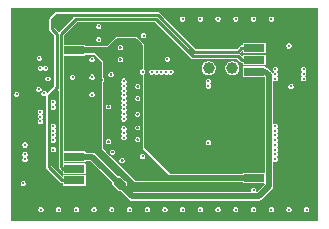
<source format=gbr>
%TF.GenerationSoftware,KiCad,Pcbnew,9.0.1-9.0.1-0~ubuntu24.04.1*%
%TF.CreationDate,2025-04-28T13:39:04+02:00*%
%TF.ProjectId,ILM139C,494c4d31-3339-4432-9e6b-696361645f70,V0.1.0*%
%TF.SameCoordinates,Original*%
%TF.FileFunction,Copper,L4,Bot*%
%TF.FilePolarity,Positive*%
%FSLAX46Y46*%
G04 Gerber Fmt 4.6, Leading zero omitted, Abs format (unit mm)*
G04 Created by KiCad (PCBNEW 9.0.1-9.0.1-0~ubuntu24.04.1) date 2025-04-28 13:39:04*
%MOMM*%
%LPD*%
G01*
G04 APERTURE LIST*
G04 Aperture macros list*
%AMRoundRect*
0 Rectangle with rounded corners*
0 $1 Rounding radius*
0 $2 $3 $4 $5 $6 $7 $8 $9 X,Y pos of 4 corners*
0 Add a 4 corners polygon primitive as box body*
4,1,4,$2,$3,$4,$5,$6,$7,$8,$9,$2,$3,0*
0 Add four circle primitives for the rounded corners*
1,1,$1+$1,$2,$3*
1,1,$1+$1,$4,$5*
1,1,$1+$1,$6,$7*
1,1,$1+$1,$8,$9*
0 Add four rect primitives between the rounded corners*
20,1,$1+$1,$2,$3,$4,$5,0*
20,1,$1+$1,$4,$5,$6,$7,0*
20,1,$1+$1,$6,$7,$8,$9,0*
20,1,$1+$1,$8,$9,$2,$3,0*%
G04 Aperture macros list end*
%TA.AperFunction,SMDPad,CuDef*%
%ADD10R,1.750000X0.700000*%
%TD*%
%TA.AperFunction,SMDPad,CuDef*%
%ADD11R,2.550000X1.200000*%
%TD*%
%TA.AperFunction,SMDPad,CuDef*%
%ADD12RoundRect,0.200000X-0.053033X0.335876X-0.335876X0.053033X0.053033X-0.335876X0.335876X-0.053033X0*%
%TD*%
%TA.AperFunction,SMDPad,CuDef*%
%ADD13C,1.000000*%
%TD*%
%TA.AperFunction,ViaPad*%
%ADD14C,0.250000*%
%TD*%
%TA.AperFunction,Conductor*%
%ADD15C,0.254000*%
%TD*%
%TA.AperFunction,Conductor*%
%ADD16C,0.508000*%
%TD*%
G04 APERTURE END LIST*
D10*
%TO.P,U3,1,1*%
%TO.N,SCL*%
X95340000Y-66458501D03*
%TO.P,U3,2,2*%
%TO.N,SDA*%
X95340000Y-65458501D03*
%TO.P,U3,3,3*%
%TO.N,3V3*%
X95340000Y-64458501D03*
%TO.P,U3,4,4*%
%TO.N,GND*%
X95340000Y-63458501D03*
D11*
%TO.P,U3,5,5*%
X91560000Y-62348501D03*
%TO.P,U3,6,6*%
X91560000Y-67568501D03*
%TD*%
D10*
%TO.P,U2,1,1*%
%TO.N,SCL*%
X110560000Y-55258501D03*
%TO.P,U2,2,2*%
%TO.N,SDA*%
X110560000Y-56258501D03*
%TO.P,U2,3,3*%
%TO.N,3V3*%
X110560000Y-57258501D03*
%TO.P,U2,4,4*%
%TO.N,GND*%
X110560000Y-58258501D03*
D11*
%TO.P,U2,5,5*%
X114340000Y-59368501D03*
%TO.P,U2,6,6*%
X114340000Y-54148501D03*
%TD*%
D12*
%TO.P,R46,1*%
%TO.N,VCC*%
X100333363Y-65575138D03*
%TO.P,R46,2*%
%TO.N,3V3*%
X99166637Y-66741864D03*
%TD*%
D13*
%TO.P,TP3,1,1*%
%TO.N,INTB*%
X108700000Y-56958501D03*
%TD*%
%TO.P,TP1,1,1*%
%TO.N,SDB*%
X106700000Y-56958501D03*
%TD*%
%TO.P,TP2,1,1*%
%TO.N,GND*%
X104700000Y-56958501D03*
%TD*%
D10*
%TO.P,CN2,1,1*%
%TO.N,VCC*%
X110580000Y-66258501D03*
%TO.P,CN2,2,2*%
%TO.N,GND*%
X110580000Y-65258501D03*
D11*
%TO.P,CN2,3,3*%
X114320000Y-63908501D03*
%TO.P,CN2,4,4*%
X114320000Y-67608501D03*
%TD*%
D10*
%TO.P,CN1,1,1*%
%TO.N,VCC*%
X95320000Y-55458501D03*
%TO.P,CN1,2,2*%
%TO.N,GND*%
X95320000Y-56458501D03*
D11*
%TO.P,CN1,3,3*%
X91580000Y-57808501D03*
%TO.P,CN1,4,4*%
X91580000Y-54108501D03*
%TD*%
D14*
%TO.N,SCL*%
X102300000Y-57276501D03*
X100982000Y-52433501D03*
X93400000Y-52883501D03*
%TO.N,GND*%
X103100000Y-60856501D03*
X104600000Y-60856501D03*
X107850000Y-60058501D03*
X106324000Y-64069501D03*
X103100000Y-58508501D03*
X99050000Y-53958501D03*
X111750000Y-55558501D03*
X103100000Y-63008501D03*
X107798000Y-56838501D03*
X107850000Y-57358501D03*
X102210000Y-54208501D03*
X97572000Y-63993501D03*
X103750000Y-67158501D03*
X112350000Y-55258501D03*
X109950000Y-63758501D03*
X104600000Y-62008501D03*
X98200000Y-60228501D03*
X91400000Y-52883501D03*
X103100000Y-62008501D03*
X95950000Y-62058501D03*
X103100000Y-59508501D03*
X91150000Y-60256501D03*
X98435000Y-57491501D03*
X90305000Y-63431501D03*
X101600000Y-63008501D03*
X105250000Y-67158501D03*
X92050000Y-59403501D03*
X92693000Y-63037501D03*
X100850000Y-53258501D03*
X102180000Y-55208501D03*
X101600000Y-60856501D03*
X106036000Y-53553501D03*
X104462000Y-53579501D03*
X90992000Y-68114501D03*
X105500000Y-60856501D03*
X98550000Y-64058501D03*
X100700000Y-60856501D03*
X101600000Y-59508501D03*
X98112000Y-64786501D03*
X105500000Y-59508501D03*
X97654000Y-57927501D03*
X114750000Y-62656501D03*
X100700000Y-62008501D03*
X104600000Y-59508501D03*
X91972000Y-60295501D03*
X93550000Y-59456501D03*
X94350000Y-53058501D03*
X107911000Y-59216501D03*
X91560000Y-62348501D03*
X103200000Y-55228501D03*
X95950000Y-59258501D03*
X105500000Y-58508501D03*
X107020000Y-64914501D03*
X103250000Y-52358501D03*
X109864000Y-65180501D03*
X105250000Y-65558501D03*
X101500000Y-57276501D03*
X115459000Y-64422501D03*
X100700000Y-59508501D03*
X101600000Y-58508501D03*
X99372000Y-64781501D03*
X91707000Y-56712501D03*
X115511000Y-66339501D03*
X107450000Y-60058501D03*
X100700000Y-58508501D03*
X114950000Y-66358501D03*
X108401000Y-65076501D03*
X109850000Y-60658501D03*
X100700000Y-63008501D03*
X90285000Y-66016501D03*
X99220000Y-55208501D03*
X102300000Y-64436501D03*
X114750000Y-59056501D03*
X102180000Y-56208501D03*
X115434000Y-62104501D03*
X105500000Y-62008501D03*
X91150000Y-63056501D03*
X105500000Y-63008501D03*
X99220000Y-56208501D03*
X109950000Y-59158501D03*
X114750000Y-60656501D03*
X91150000Y-61456501D03*
X114750000Y-64656501D03*
X106750000Y-67158501D03*
X109850000Y-62058501D03*
X113359000Y-60025501D03*
X92470000Y-68082501D03*
X98200000Y-63188501D03*
X101600000Y-62008501D03*
X97565000Y-59044501D03*
X106670000Y-60056501D03*
X90379000Y-61204501D03*
X92710000Y-60218501D03*
X91150000Y-62256501D03*
X92249000Y-64206501D03*
X104600000Y-58508501D03*
X104600000Y-63008501D03*
%TO.N,SDA*%
X101799000Y-52835501D03*
X102700000Y-57276501D03*
X95400000Y-52883501D03*
%TO.N,VCC*%
X100500000Y-55508501D03*
X98665000Y-61536501D03*
X100100000Y-55508501D03*
X98650000Y-61958501D03*
X100900000Y-55508501D03*
X100900000Y-55108501D03*
X97400000Y-53408501D03*
X98119000Y-61648501D03*
X100500000Y-55108501D03*
X100100000Y-55108501D03*
%TO.N,SW1*%
X99530000Y-58056501D03*
X92763000Y-59087501D03*
%TO.N,INTB*%
X103500000Y-57276501D03*
X108700000Y-56958501D03*
%TO.N,SW3*%
X99530000Y-58856501D03*
X92442000Y-56956499D03*
%TO.N,Net-(U1-ISET)*%
X101100000Y-57276501D03*
X101190000Y-54208501D03*
%TO.N,SW5*%
X93550000Y-59856501D03*
X99530000Y-59656501D03*
%TO.N,CS2*%
X99530000Y-62456501D03*
X96825000Y-57708501D03*
%TO.N,SW2*%
X92897998Y-56960197D03*
X99530000Y-58456501D03*
%TO.N,SW7*%
X93550000Y-63856501D03*
X99530000Y-60456501D03*
%TO.N,SW9*%
X91150000Y-64256501D03*
X99530000Y-61256501D03*
%TO.N,CS1*%
X99530000Y-62056501D03*
X96825000Y-56208501D03*
%TO.N,SW4*%
X93107002Y-57856501D03*
X99530000Y-59256501D03*
%TO.N,CS32*%
X106670000Y-58456501D03*
X113683000Y-58492501D03*
%TO.N,SDB*%
X106700000Y-56958501D03*
X103200000Y-56188501D03*
X101900000Y-57276501D03*
%TO.N,CS3*%
X96825000Y-59208501D03*
X99530000Y-62856501D03*
%TO.N,CS33*%
X113500000Y-55079501D03*
X106670000Y-58056501D03*
%TO.N,CS8*%
X91000000Y-66716499D03*
X101100000Y-64436501D03*
%TO.N,SW8*%
X99530000Y-60856501D03*
X91150000Y-64656501D03*
%TO.N,CS21*%
X110500000Y-67283501D03*
X106670000Y-63256501D03*
%TO.N,SW6*%
X93550000Y-61856501D03*
X99530000Y-60056501D03*
%TO.N,S1*%
X92355000Y-56115501D03*
X90458000Y-59161501D03*
%TO.N,S2*%
X92326000Y-58736501D03*
X95175000Y-57708501D03*
%TO.N,S9*%
X91150000Y-63456501D03*
X92500000Y-68933501D03*
%TO.N,S18*%
X106000000Y-68933501D03*
X112350000Y-64256501D03*
%TO.N,S17*%
X104500000Y-68933501D03*
X112350000Y-64656501D03*
%TO.N,S16*%
X93550000Y-60256501D03*
X103000000Y-68933501D03*
%TO.N,S15*%
X101500000Y-68933501D03*
X92457000Y-60655501D03*
%TO.N,S14*%
X92450000Y-61056501D03*
X100000000Y-68933501D03*
%TO.N,S13*%
X92445000Y-61456501D03*
X98500000Y-68933501D03*
%TO.N,S12*%
X97000000Y-68933501D03*
X93550000Y-62256501D03*
%TO.N,S11*%
X95500000Y-68933501D03*
X93550000Y-62656501D03*
%TO.N,S10*%
X93550000Y-63056501D03*
X94000000Y-68933501D03*
%TO.N,S24*%
X115000000Y-68933501D03*
X112350000Y-61856501D03*
%TO.N,S23*%
X112350000Y-62256501D03*
X113500000Y-68933501D03*
%TO.N,S22*%
X112350000Y-62656501D03*
X112000000Y-68933501D03*
%TO.N,S21*%
X112350000Y-63056501D03*
X110500000Y-68933501D03*
%TO.N,S20*%
X109000000Y-68933501D03*
X112350000Y-63456501D03*
%TO.N,S19*%
X107500000Y-68933501D03*
X112350000Y-63856501D03*
%TO.N,S36*%
X112350000Y-57056501D03*
X109000000Y-52783501D03*
%TO.N,S35*%
X112350000Y-57456501D03*
X110500000Y-52783501D03*
%TO.N,S34*%
X112350000Y-57856501D03*
X112000000Y-52783501D03*
%TO.N,S39*%
X104500000Y-52783501D03*
X114750000Y-57856501D03*
%TO.N,S38*%
X106000000Y-52783501D03*
X114750000Y-57456501D03*
%TO.N,S37*%
X107500000Y-52783501D03*
X114750000Y-57056501D03*
%TO.N,Net-(U1-ADDR)*%
X103100000Y-57276501D03*
X97400000Y-54533501D03*
%TD*%
D15*
%TO.N,SCL*%
X105500000Y-55558501D02*
X109150000Y-55558501D01*
X93862000Y-54070501D02*
X93400000Y-53608501D01*
X94300000Y-66458501D02*
X93147000Y-65305501D01*
X102374000Y-52432501D02*
X105500000Y-55558501D01*
X100984000Y-52431501D02*
X100985000Y-52432501D01*
X100982000Y-52433501D02*
X93850000Y-52433501D01*
X93862000Y-58558501D02*
X93862000Y-54070501D01*
X93850000Y-52433501D02*
X93400000Y-52883501D01*
X109450000Y-55258501D02*
X110560000Y-55258501D01*
X93400000Y-53608501D02*
X93400000Y-52883501D01*
X93147000Y-65305501D02*
X93147000Y-59273501D01*
X93147000Y-59273501D02*
X93862000Y-58558501D01*
X100984000Y-52431501D02*
X100982000Y-52433501D01*
X95340000Y-66458501D02*
X94300000Y-66458501D01*
X100985000Y-52432501D02*
X102374000Y-52432501D01*
X109150000Y-55558501D02*
X109450000Y-55258501D01*
%TO.N,SDA*%
X105352954Y-55913501D02*
X109155000Y-55913501D01*
X101942000Y-52835501D02*
X102274954Y-52835501D01*
X109155000Y-55913501D02*
X109500000Y-56258501D01*
X94217000Y-65325501D02*
X94217000Y-54066501D01*
X101942000Y-52835501D02*
X95448000Y-52835501D01*
X109500000Y-56258501D02*
X110560000Y-56258501D01*
X94350000Y-65458501D02*
X94217000Y-65325501D01*
X94217000Y-54066501D02*
X95400000Y-52883501D01*
X102274954Y-52835501D02*
X105352954Y-55913501D01*
X95448000Y-52835501D02*
X95400000Y-52883501D01*
X95340000Y-65458501D02*
X94350000Y-65458501D01*
D16*
%TO.N,VCC*%
X100900000Y-55936967D02*
X100564233Y-56272734D01*
X98950000Y-57886967D02*
X98950000Y-60658501D01*
X95320000Y-55458501D02*
X98220466Y-55458501D01*
X98650000Y-61551501D02*
X98650000Y-61958501D01*
X110580000Y-66258501D02*
X101734000Y-66258501D01*
X98950000Y-62258501D02*
X98950000Y-61358501D01*
X98220466Y-55458501D02*
X99000466Y-54678501D01*
X100100000Y-56736967D02*
X98950000Y-57886967D01*
X98950000Y-61358501D02*
X98772000Y-61536501D01*
X101734000Y-66258501D02*
X98950000Y-63474501D01*
X100100000Y-55108501D02*
X100100000Y-55508501D01*
X98119000Y-61648501D02*
X98129000Y-61658501D01*
X98119000Y-61727501D02*
X98350000Y-61958501D01*
X98129000Y-61658501D02*
X98543000Y-61658501D01*
X100100000Y-55108501D02*
X100900000Y-55108501D01*
X98543000Y-61658501D02*
X98665000Y-61536501D01*
X98119000Y-61727501D02*
X98950000Y-62558501D01*
X100470000Y-54678501D02*
X100900000Y-55108501D01*
X98950000Y-60758501D02*
X98950000Y-60658501D01*
X98772000Y-61536501D02*
X98665000Y-61536501D01*
X98119000Y-61648501D02*
X98119000Y-61589501D01*
X98950000Y-62258501D02*
X98650000Y-61958501D01*
X100100000Y-55508501D02*
X100100000Y-55958501D01*
X99670000Y-54678501D02*
X100470000Y-54678501D01*
X98950000Y-63474501D02*
X98950000Y-62558501D01*
X100100000Y-55958501D02*
X100100000Y-56736967D01*
X98950000Y-62558501D02*
X98950000Y-62258501D01*
X100564233Y-56272734D02*
X100100000Y-56736967D01*
X98119000Y-61589501D02*
X98950000Y-60758501D01*
X100500000Y-56208501D02*
X100564233Y-56272734D01*
X100900000Y-55508501D02*
X100900000Y-55936967D01*
X99670000Y-54678501D02*
X100100000Y-55108501D01*
X98350000Y-61958501D02*
X98650000Y-61958501D01*
X100900000Y-55508501D02*
X100550000Y-55508501D01*
X98119000Y-61648501D02*
X98119000Y-61727501D01*
X100550000Y-55508501D02*
X100100000Y-55958501D01*
X98665000Y-61536501D02*
X98650000Y-61551501D01*
X99000466Y-54678501D02*
X99670000Y-54678501D01*
X100900000Y-55508501D02*
X100900000Y-55108501D01*
X98950000Y-60658501D02*
X98950000Y-61358501D01*
X100500000Y-55508501D02*
X100500000Y-56208501D01*
%TO.N,3V3*%
X111495000Y-57258501D02*
X110560000Y-57258501D01*
X95340000Y-64458501D02*
X96830000Y-64458501D01*
X111810000Y-66963501D02*
X111810000Y-57573501D01*
X110960000Y-67813501D02*
X111810000Y-66963501D01*
X100185000Y-67813501D02*
X110960000Y-67813501D01*
X96830000Y-64458501D02*
X100185000Y-67813501D01*
X111810000Y-57573501D02*
X111495000Y-57258501D01*
%TD*%
%TA.AperFunction,Conductor*%
%TO.N,GND*%
G36*
X97069652Y-55827353D02*
G01*
X97673948Y-56431649D01*
X97688300Y-56466297D01*
X97688300Y-57467628D01*
X97688300Y-57728098D01*
X97688433Y-57728765D01*
X97696331Y-57768473D01*
X97696331Y-57768474D01*
X97710680Y-57803114D01*
X97710683Y-57803120D01*
X97733548Y-57837341D01*
X97733551Y-57837345D01*
X97748837Y-57852631D01*
X97759458Y-57868525D01*
X97770270Y-57894626D01*
X97774000Y-57913377D01*
X97774000Y-57941623D01*
X97770271Y-57960372D01*
X97765758Y-57971269D01*
X97765756Y-57971273D01*
X97759460Y-57986471D01*
X97748840Y-58002365D01*
X97733555Y-58017649D01*
X97733552Y-58017654D01*
X97723546Y-58032627D01*
X97723547Y-58032628D01*
X97710681Y-58051882D01*
X97696331Y-58086526D01*
X97696331Y-58086527D01*
X97696331Y-58086529D01*
X97688300Y-58126903D01*
X97688300Y-60204628D01*
X97688300Y-62032628D01*
X97688300Y-62984628D01*
X97688300Y-63164628D01*
X97688300Y-63782005D01*
X97694195Y-63811642D01*
X97696331Y-63822380D01*
X97696331Y-63822381D01*
X97710680Y-63857021D01*
X97710683Y-63857027D01*
X97733548Y-63891248D01*
X97733551Y-63891252D01*
X97733552Y-63891253D01*
X97876927Y-64034628D01*
X98254927Y-64412628D01*
X98599927Y-64757628D01*
X100413048Y-66570749D01*
X100447274Y-66593618D01*
X100481922Y-66607970D01*
X100522296Y-66616001D01*
X100522298Y-66616001D01*
X102077703Y-66616001D01*
X102077704Y-66616001D01*
X102088050Y-66613942D01*
X102097610Y-66613001D01*
X109563213Y-66613001D01*
X109597861Y-66627353D01*
X109607174Y-66643801D01*
X109608486Y-66643258D01*
X109610332Y-66647717D01*
X109626321Y-66671646D01*
X109632543Y-66680958D01*
X109665787Y-66703170D01*
X109695101Y-66709001D01*
X111406500Y-66709000D01*
X111441148Y-66723352D01*
X111455500Y-66758000D01*
X111455500Y-66796366D01*
X111441148Y-66831014D01*
X110827513Y-67444649D01*
X110792865Y-67459001D01*
X110744719Y-67459001D01*
X110710071Y-67444649D01*
X110695719Y-67410001D01*
X110699449Y-67391250D01*
X110721648Y-67337655D01*
X110725500Y-67328356D01*
X110725500Y-67238646D01*
X110691170Y-67155765D01*
X110691169Y-67155764D01*
X110691168Y-67155762D01*
X110627739Y-67092333D01*
X110627736Y-67092331D01*
X110544858Y-67058002D01*
X110544856Y-67058001D01*
X110544855Y-67058001D01*
X110455145Y-67058001D01*
X110455143Y-67058001D01*
X110455141Y-67058002D01*
X110372263Y-67092331D01*
X110308830Y-67155764D01*
X110274501Y-67238642D01*
X110274500Y-67238644D01*
X110274500Y-67238646D01*
X110274500Y-67328356D01*
X110274500Y-67328358D01*
X110274501Y-67328359D01*
X110300551Y-67391250D01*
X110300551Y-67428753D01*
X110274032Y-67455271D01*
X110255281Y-67459001D01*
X100352135Y-67459001D01*
X100317487Y-67444649D01*
X99803501Y-66930663D01*
X99789149Y-66896015D01*
X99792458Y-66878314D01*
X99803013Y-66851069D01*
X99803013Y-66738724D01*
X99762429Y-66633966D01*
X99762429Y-66633965D01*
X99760417Y-66631425D01*
X99746723Y-66614136D01*
X99657916Y-66525329D01*
X99294371Y-66161785D01*
X99294363Y-66161778D01*
X99274539Y-66146074D01*
X99274537Y-66146073D01*
X99169777Y-66105488D01*
X99057431Y-66105488D01*
X99030185Y-66116043D01*
X98992692Y-66115175D01*
X98977837Y-66104999D01*
X97047670Y-64174832D01*
X97047664Y-64174827D01*
X97003636Y-64149408D01*
X96966832Y-64128160D01*
X96966829Y-64128159D01*
X96876673Y-64104001D01*
X96876671Y-64104001D01*
X96356787Y-64104001D01*
X96322139Y-64089649D01*
X96312825Y-64073200D01*
X96311514Y-64073744D01*
X96309667Y-64069284D01*
X96287457Y-64036044D01*
X96254212Y-64013831D01*
X96224904Y-64008001D01*
X94493500Y-64008001D01*
X94458852Y-63993649D01*
X94444500Y-63959001D01*
X94444500Y-59163644D01*
X96599500Y-59163644D01*
X96599500Y-59163646D01*
X96599500Y-59253356D01*
X96599500Y-59253358D01*
X96599501Y-59253359D01*
X96633830Y-59336237D01*
X96633832Y-59336240D01*
X96697261Y-59399669D01*
X96697263Y-59399670D01*
X96697264Y-59399671D01*
X96780145Y-59434001D01*
X96780147Y-59434001D01*
X96869853Y-59434001D01*
X96869855Y-59434001D01*
X96952736Y-59399671D01*
X96952737Y-59399669D01*
X96952739Y-59399669D01*
X97016168Y-59336240D01*
X97016168Y-59336238D01*
X97016170Y-59336237D01*
X97050500Y-59253356D01*
X97050500Y-59163646D01*
X97016170Y-59080765D01*
X97016169Y-59080764D01*
X97016168Y-59080762D01*
X96952739Y-59017333D01*
X96952736Y-59017331D01*
X96869858Y-58983002D01*
X96869856Y-58983001D01*
X96869855Y-58983001D01*
X96780145Y-58983001D01*
X96780143Y-58983001D01*
X96780141Y-58983002D01*
X96697263Y-59017331D01*
X96633830Y-59080764D01*
X96599501Y-59163642D01*
X96599500Y-59163644D01*
X94444500Y-59163644D01*
X94444500Y-57663644D01*
X94949500Y-57663644D01*
X94949500Y-57663646D01*
X94949500Y-57753356D01*
X94949500Y-57753358D01*
X94949501Y-57753359D01*
X94983830Y-57836237D01*
X94983832Y-57836240D01*
X95047261Y-57899669D01*
X95047263Y-57899670D01*
X95047264Y-57899671D01*
X95130145Y-57934001D01*
X95130147Y-57934001D01*
X95219853Y-57934001D01*
X95219855Y-57934001D01*
X95302736Y-57899671D01*
X95302737Y-57899669D01*
X95302739Y-57899669D01*
X95366168Y-57836240D01*
X95366168Y-57836238D01*
X95366170Y-57836237D01*
X95400500Y-57753356D01*
X95400500Y-57663646D01*
X95400499Y-57663644D01*
X96599500Y-57663644D01*
X96599500Y-57663646D01*
X96599500Y-57753356D01*
X96599500Y-57753358D01*
X96599501Y-57753359D01*
X96633830Y-57836237D01*
X96633832Y-57836240D01*
X96697261Y-57899669D01*
X96697263Y-57899670D01*
X96697264Y-57899671D01*
X96780145Y-57934001D01*
X96780147Y-57934001D01*
X96869853Y-57934001D01*
X96869855Y-57934001D01*
X96952736Y-57899671D01*
X96952737Y-57899669D01*
X96952739Y-57899669D01*
X97016168Y-57836240D01*
X97016168Y-57836238D01*
X97016170Y-57836237D01*
X97050500Y-57753356D01*
X97050500Y-57663646D01*
X97016170Y-57580765D01*
X97016169Y-57580764D01*
X97016168Y-57580762D01*
X96952739Y-57517333D01*
X96952736Y-57517331D01*
X96869858Y-57483002D01*
X96869856Y-57483001D01*
X96869855Y-57483001D01*
X96780145Y-57483001D01*
X96780143Y-57483001D01*
X96780141Y-57483002D01*
X96697263Y-57517331D01*
X96633830Y-57580764D01*
X96599501Y-57663642D01*
X96599500Y-57663644D01*
X95400499Y-57663644D01*
X95366170Y-57580765D01*
X95366169Y-57580764D01*
X95366168Y-57580762D01*
X95302739Y-57517333D01*
X95302736Y-57517331D01*
X95219858Y-57483002D01*
X95219856Y-57483001D01*
X95219855Y-57483001D01*
X95130145Y-57483001D01*
X95130143Y-57483001D01*
X95130141Y-57483002D01*
X95047263Y-57517331D01*
X94983830Y-57580764D01*
X94949501Y-57663642D01*
X94949500Y-57663644D01*
X94444500Y-57663644D01*
X94444500Y-56163644D01*
X96599500Y-56163644D01*
X96599500Y-56163646D01*
X96599500Y-56253356D01*
X96599500Y-56253358D01*
X96599501Y-56253359D01*
X96633830Y-56336237D01*
X96633832Y-56336240D01*
X96697261Y-56399669D01*
X96697263Y-56399670D01*
X96697264Y-56399671D01*
X96780145Y-56434001D01*
X96780147Y-56434001D01*
X96869853Y-56434001D01*
X96869855Y-56434001D01*
X96952736Y-56399671D01*
X96952737Y-56399669D01*
X96952739Y-56399669D01*
X97016168Y-56336240D01*
X97016168Y-56336238D01*
X97016170Y-56336237D01*
X97050500Y-56253356D01*
X97050500Y-56163646D01*
X97016170Y-56080765D01*
X97016169Y-56080764D01*
X97016168Y-56080762D01*
X96952739Y-56017333D01*
X96952736Y-56017331D01*
X96869858Y-55983002D01*
X96869856Y-55983001D01*
X96869855Y-55983001D01*
X96780145Y-55983001D01*
X96780143Y-55983001D01*
X96780141Y-55983002D01*
X96697263Y-56017331D01*
X96633830Y-56080764D01*
X96599501Y-56163642D01*
X96599500Y-56163644D01*
X94444500Y-56163644D01*
X94444500Y-55958000D01*
X94458852Y-55923352D01*
X94493500Y-55909000D01*
X96204895Y-55909000D01*
X96204898Y-55909000D01*
X96234213Y-55903170D01*
X96267457Y-55880958D01*
X96289669Y-55847714D01*
X96291515Y-55843258D01*
X96294381Y-55844445D01*
X96308306Y-55822128D01*
X96336787Y-55813001D01*
X97035004Y-55813001D01*
X97069652Y-55827353D01*
G37*
%TD.AperFunction*%
%TA.AperFunction,Conductor*%
G36*
X99404876Y-64665231D02*
G01*
X99430970Y-64676039D01*
X99446867Y-64686661D01*
X99466836Y-64706630D01*
X99477457Y-64722525D01*
X99488269Y-64748625D01*
X99492000Y-64767378D01*
X99492000Y-64795623D01*
X99488270Y-64814375D01*
X99477460Y-64840472D01*
X99466838Y-64856368D01*
X99446867Y-64876339D01*
X99430972Y-64886960D01*
X99404877Y-64897770D01*
X99386124Y-64901501D01*
X99357876Y-64901501D01*
X99339124Y-64897771D01*
X99313028Y-64886961D01*
X99297133Y-64876340D01*
X99277162Y-64856370D01*
X99277161Y-64856368D01*
X99266539Y-64840472D01*
X99255730Y-64814376D01*
X99252000Y-64795625D01*
X99252000Y-64767373D01*
X99255727Y-64748627D01*
X99266540Y-64722523D01*
X99277156Y-64706636D01*
X99297135Y-64686657D01*
X99313025Y-64676039D01*
X99339125Y-64665229D01*
X99357873Y-64661501D01*
X99386125Y-64661501D01*
X99404876Y-64665231D01*
G37*
%TD.AperFunction*%
%TA.AperFunction,Conductor*%
G36*
X98582876Y-63942231D02*
G01*
X98608970Y-63953039D01*
X98624867Y-63963661D01*
X98644836Y-63983630D01*
X98655457Y-63999525D01*
X98666269Y-64025625D01*
X98670000Y-64044378D01*
X98670000Y-64072623D01*
X98666270Y-64091375D01*
X98655460Y-64117472D01*
X98644838Y-64133368D01*
X98624867Y-64153339D01*
X98608972Y-64163960D01*
X98582877Y-64174770D01*
X98564124Y-64178501D01*
X98535876Y-64178501D01*
X98517124Y-64174771D01*
X98491028Y-64163961D01*
X98491027Y-64163960D01*
X98475133Y-64153340D01*
X98455162Y-64133370D01*
X98444539Y-64117472D01*
X98433730Y-64091376D01*
X98430000Y-64072625D01*
X98430000Y-64044373D01*
X98433727Y-64025627D01*
X98444539Y-63999525D01*
X98455156Y-63983636D01*
X98475135Y-63963657D01*
X98491025Y-63953039D01*
X98517125Y-63942229D01*
X98535873Y-63938501D01*
X98564125Y-63938501D01*
X98582876Y-63942231D01*
G37*
%TD.AperFunction*%
%TA.AperFunction,Conductor*%
G36*
X98232876Y-63072231D02*
G01*
X98258970Y-63083039D01*
X98274867Y-63093661D01*
X98294836Y-63113630D01*
X98305457Y-63129525D01*
X98316269Y-63155625D01*
X98320000Y-63174378D01*
X98320000Y-63202623D01*
X98316270Y-63221375D01*
X98305460Y-63247472D01*
X98294838Y-63263368D01*
X98274867Y-63283339D01*
X98258972Y-63293960D01*
X98232877Y-63304770D01*
X98214124Y-63308501D01*
X98185876Y-63308501D01*
X98167124Y-63304771D01*
X98141028Y-63293961D01*
X98125133Y-63283340D01*
X98105162Y-63263370D01*
X98105161Y-63263368D01*
X98094539Y-63247472D01*
X98083730Y-63221376D01*
X98080000Y-63202625D01*
X98080000Y-63174373D01*
X98083727Y-63155627D01*
X98094540Y-63129523D01*
X98105156Y-63113636D01*
X98125135Y-63093657D01*
X98141025Y-63083039D01*
X98167125Y-63072229D01*
X98185873Y-63068501D01*
X98214125Y-63068501D01*
X98232876Y-63072231D01*
G37*
%TD.AperFunction*%
%TA.AperFunction,Conductor*%
G36*
X100732876Y-62892231D02*
G01*
X100758970Y-62903039D01*
X100774867Y-62913661D01*
X100794836Y-62933630D01*
X100805457Y-62949525D01*
X100816269Y-62975625D01*
X100820000Y-62994378D01*
X100820000Y-63022623D01*
X100816270Y-63041375D01*
X100805460Y-63067472D01*
X100794838Y-63083368D01*
X100774867Y-63103339D01*
X100758972Y-63113960D01*
X100732877Y-63124770D01*
X100714124Y-63128501D01*
X100685876Y-63128501D01*
X100667124Y-63124771D01*
X100641028Y-63113961D01*
X100641027Y-63113960D01*
X100625133Y-63103340D01*
X100605162Y-63083370D01*
X100594539Y-63067472D01*
X100583730Y-63041376D01*
X100580000Y-63022625D01*
X100580000Y-62994373D01*
X100583727Y-62975627D01*
X100594539Y-62949525D01*
X100605156Y-62933636D01*
X100625135Y-62913657D01*
X100641025Y-62903039D01*
X100667125Y-62892229D01*
X100685873Y-62888501D01*
X100714125Y-62888501D01*
X100732876Y-62892231D01*
G37*
%TD.AperFunction*%
%TA.AperFunction,Conductor*%
G36*
X100732876Y-61892231D02*
G01*
X100758970Y-61903039D01*
X100774867Y-61913661D01*
X100794836Y-61933630D01*
X100805457Y-61949525D01*
X100816269Y-61975625D01*
X100820000Y-61994378D01*
X100820000Y-62022623D01*
X100816270Y-62041375D01*
X100805460Y-62067472D01*
X100794838Y-62083368D01*
X100774867Y-62103339D01*
X100758972Y-62113960D01*
X100732877Y-62124770D01*
X100714124Y-62128501D01*
X100685876Y-62128501D01*
X100667124Y-62124771D01*
X100641028Y-62113961D01*
X100625133Y-62103340D01*
X100605162Y-62083370D01*
X100605161Y-62083368D01*
X100594539Y-62067472D01*
X100583730Y-62041376D01*
X100580000Y-62022625D01*
X100580000Y-61994373D01*
X100583727Y-61975627D01*
X100594540Y-61949523D01*
X100605156Y-61933636D01*
X100625135Y-61913657D01*
X100641025Y-61903039D01*
X100667125Y-61892229D01*
X100685873Y-61888501D01*
X100714125Y-61888501D01*
X100732876Y-61892231D01*
G37*
%TD.AperFunction*%
%TA.AperFunction,Conductor*%
G36*
X100732876Y-60740231D02*
G01*
X100758970Y-60751039D01*
X100774867Y-60761661D01*
X100794836Y-60781630D01*
X100805457Y-60797525D01*
X100816269Y-60823625D01*
X100820000Y-60842378D01*
X100820000Y-60870623D01*
X100816270Y-60889375D01*
X100805460Y-60915472D01*
X100794838Y-60931368D01*
X100774867Y-60951339D01*
X100758972Y-60961960D01*
X100732877Y-60972770D01*
X100714124Y-60976501D01*
X100685876Y-60976501D01*
X100667124Y-60972771D01*
X100641028Y-60961961D01*
X100641027Y-60961960D01*
X100625133Y-60951340D01*
X100605162Y-60931370D01*
X100594539Y-60915472D01*
X100583730Y-60889376D01*
X100580000Y-60870625D01*
X100580000Y-60842373D01*
X100583727Y-60823627D01*
X100594539Y-60797525D01*
X100605156Y-60781636D01*
X100625135Y-60761657D01*
X100641025Y-60751039D01*
X100667125Y-60740229D01*
X100685873Y-60736501D01*
X100714125Y-60736501D01*
X100732876Y-60740231D01*
G37*
%TD.AperFunction*%
%TA.AperFunction,Conductor*%
G36*
X98232876Y-60112231D02*
G01*
X98258970Y-60123039D01*
X98274867Y-60133661D01*
X98294836Y-60153630D01*
X98305457Y-60169525D01*
X98316269Y-60195625D01*
X98320000Y-60214378D01*
X98320000Y-60242623D01*
X98316270Y-60261375D01*
X98305460Y-60287472D01*
X98294838Y-60303368D01*
X98274867Y-60323339D01*
X98258972Y-60333960D01*
X98232877Y-60344770D01*
X98214124Y-60348501D01*
X98185876Y-60348501D01*
X98167124Y-60344771D01*
X98141028Y-60333961D01*
X98125133Y-60323340D01*
X98105162Y-60303370D01*
X98105161Y-60303368D01*
X98094539Y-60287472D01*
X98083730Y-60261376D01*
X98080000Y-60242625D01*
X98080000Y-60214373D01*
X98083727Y-60195627D01*
X98094540Y-60169523D01*
X98105156Y-60153636D01*
X98125135Y-60133657D01*
X98141025Y-60123039D01*
X98167125Y-60112229D01*
X98185873Y-60108501D01*
X98214125Y-60108501D01*
X98232876Y-60112231D01*
G37*
%TD.AperFunction*%
%TA.AperFunction,Conductor*%
G36*
X100732876Y-59392231D02*
G01*
X100750838Y-59399671D01*
X100758970Y-59403039D01*
X100774867Y-59413661D01*
X100794836Y-59433630D01*
X100805457Y-59449525D01*
X100816269Y-59475625D01*
X100820000Y-59494378D01*
X100820000Y-59522623D01*
X100816270Y-59541375D01*
X100805460Y-59567472D01*
X100794838Y-59583368D01*
X100774867Y-59603339D01*
X100758972Y-59613960D01*
X100732877Y-59624770D01*
X100714124Y-59628501D01*
X100685876Y-59628501D01*
X100667124Y-59624771D01*
X100641028Y-59613961D01*
X100641027Y-59613960D01*
X100625133Y-59603340D01*
X100605162Y-59583370D01*
X100594539Y-59567472D01*
X100583730Y-59541376D01*
X100580000Y-59522625D01*
X100580000Y-59494373D01*
X100583727Y-59475627D01*
X100594539Y-59449525D01*
X100605156Y-59433636D01*
X100625135Y-59413657D01*
X100641025Y-59403039D01*
X100667125Y-59392229D01*
X100685873Y-59388501D01*
X100714125Y-59388501D01*
X100732876Y-59392231D01*
G37*
%TD.AperFunction*%
%TA.AperFunction,Conductor*%
G36*
X100732876Y-58392231D02*
G01*
X100758970Y-58403039D01*
X100774867Y-58413661D01*
X100794836Y-58433630D01*
X100805457Y-58449525D01*
X100816269Y-58475625D01*
X100820000Y-58494378D01*
X100820000Y-58522623D01*
X100816270Y-58541375D01*
X100805460Y-58567472D01*
X100794838Y-58583368D01*
X100774867Y-58603339D01*
X100758972Y-58613960D01*
X100732877Y-58624770D01*
X100714124Y-58628501D01*
X100685876Y-58628501D01*
X100667124Y-58624771D01*
X100641028Y-58613961D01*
X100625133Y-58603340D01*
X100605162Y-58583370D01*
X100605161Y-58583368D01*
X100594539Y-58567472D01*
X100583730Y-58541376D01*
X100580000Y-58522625D01*
X100580000Y-58494373D01*
X100583727Y-58475627D01*
X100594540Y-58449523D01*
X100605156Y-58433636D01*
X100625135Y-58413657D01*
X100641025Y-58403039D01*
X100667125Y-58392229D01*
X100685873Y-58388501D01*
X100714125Y-58388501D01*
X100732876Y-58392231D01*
G37*
%TD.AperFunction*%
%TA.AperFunction,Conductor*%
G36*
X98467876Y-57375231D02*
G01*
X98493970Y-57386039D01*
X98509867Y-57396661D01*
X98529836Y-57416630D01*
X98540457Y-57432525D01*
X98551269Y-57458625D01*
X98555000Y-57477378D01*
X98555000Y-57505623D01*
X98551270Y-57524375D01*
X98540460Y-57550472D01*
X98529838Y-57566368D01*
X98509867Y-57586339D01*
X98493972Y-57596960D01*
X98467877Y-57607770D01*
X98449124Y-57611501D01*
X98420876Y-57611501D01*
X98402124Y-57607771D01*
X98376028Y-57596961D01*
X98376027Y-57596960D01*
X98360133Y-57586340D01*
X98340162Y-57566370D01*
X98329539Y-57550472D01*
X98318730Y-57524376D01*
X98315000Y-57505625D01*
X98315000Y-57477373D01*
X98318727Y-57458627D01*
X98329539Y-57432525D01*
X98340156Y-57416636D01*
X98360135Y-57396657D01*
X98376025Y-57386039D01*
X98402125Y-57375229D01*
X98420873Y-57371501D01*
X98449125Y-57371501D01*
X98467876Y-57375231D01*
G37*
%TD.AperFunction*%
%TA.AperFunction,Conductor*%
G36*
X99252876Y-56092231D02*
G01*
X99278970Y-56103039D01*
X99294867Y-56113661D01*
X99314836Y-56133630D01*
X99325457Y-56149525D01*
X99336269Y-56175625D01*
X99340000Y-56194378D01*
X99340000Y-56222623D01*
X99336270Y-56241375D01*
X99325460Y-56267472D01*
X99314838Y-56283368D01*
X99294867Y-56303339D01*
X99278972Y-56313960D01*
X99252877Y-56324770D01*
X99234124Y-56328501D01*
X99205876Y-56328501D01*
X99187124Y-56324771D01*
X99161028Y-56313961D01*
X99145133Y-56303340D01*
X99125162Y-56283370D01*
X99125161Y-56283368D01*
X99114539Y-56267472D01*
X99103730Y-56241376D01*
X99100000Y-56222625D01*
X99100000Y-56194373D01*
X99103727Y-56175627D01*
X99114540Y-56149523D01*
X99125156Y-56133636D01*
X99145135Y-56113657D01*
X99161025Y-56103039D01*
X99187125Y-56092229D01*
X99205873Y-56088501D01*
X99234125Y-56088501D01*
X99252876Y-56092231D01*
G37*
%TD.AperFunction*%
%TA.AperFunction,Conductor*%
G36*
X99252876Y-55092231D02*
G01*
X99278970Y-55103039D01*
X99294867Y-55113661D01*
X99314836Y-55133630D01*
X99325457Y-55149525D01*
X99336269Y-55175625D01*
X99340000Y-55194378D01*
X99340000Y-55222623D01*
X99336270Y-55241375D01*
X99325460Y-55267472D01*
X99314838Y-55283368D01*
X99294867Y-55303339D01*
X99278972Y-55313960D01*
X99252877Y-55324770D01*
X99234124Y-55328501D01*
X99205876Y-55328501D01*
X99187124Y-55324771D01*
X99161028Y-55313961D01*
X99161027Y-55313960D01*
X99145133Y-55303340D01*
X99125162Y-55283370D01*
X99114539Y-55267472D01*
X99103730Y-55241376D01*
X99100000Y-55222625D01*
X99100000Y-55194373D01*
X99103727Y-55175627D01*
X99114539Y-55149525D01*
X99125156Y-55133636D01*
X99145135Y-55113657D01*
X99161025Y-55103039D01*
X99187125Y-55092229D01*
X99205873Y-55088501D01*
X99234125Y-55088501D01*
X99252876Y-55092231D01*
G37*
%TD.AperFunction*%
%TA.AperFunction,Conductor*%
G36*
X95217118Y-52675353D02*
G01*
X95231470Y-52710001D01*
X95217118Y-52744649D01*
X94088130Y-53873637D01*
X94072145Y-53889620D01*
X94037496Y-53903970D01*
X94002851Y-53889618D01*
X93641852Y-53528619D01*
X93627500Y-53493971D01*
X93627500Y-52998030D01*
X93641852Y-52963382D01*
X93929881Y-52675353D01*
X93964529Y-52661001D01*
X95182470Y-52661001D01*
X95217118Y-52675353D01*
G37*
%TD.AperFunction*%
%TA.AperFunction,Conductor*%
G36*
X115935148Y-51873353D02*
G01*
X115949500Y-51908001D01*
X115949500Y-69809001D01*
X115935148Y-69843649D01*
X115900500Y-69858001D01*
X89999500Y-69858001D01*
X89964852Y-69843649D01*
X89950500Y-69809001D01*
X89950500Y-68888644D01*
X92274500Y-68888644D01*
X92274500Y-68888646D01*
X92274500Y-68978356D01*
X92274500Y-68978358D01*
X92274501Y-68978359D01*
X92308830Y-69061237D01*
X92308832Y-69061240D01*
X92372261Y-69124669D01*
X92372263Y-69124670D01*
X92372264Y-69124671D01*
X92455145Y-69159001D01*
X92455147Y-69159001D01*
X92544853Y-69159001D01*
X92544855Y-69159001D01*
X92627736Y-69124671D01*
X92627737Y-69124669D01*
X92627739Y-69124669D01*
X92691168Y-69061240D01*
X92691168Y-69061238D01*
X92691170Y-69061237D01*
X92725500Y-68978356D01*
X92725500Y-68888646D01*
X92725499Y-68888644D01*
X93774500Y-68888644D01*
X93774500Y-68888646D01*
X93774500Y-68978356D01*
X93774500Y-68978358D01*
X93774501Y-68978359D01*
X93808830Y-69061237D01*
X93808832Y-69061240D01*
X93872261Y-69124669D01*
X93872263Y-69124670D01*
X93872264Y-69124671D01*
X93955145Y-69159001D01*
X93955147Y-69159001D01*
X94044853Y-69159001D01*
X94044855Y-69159001D01*
X94127736Y-69124671D01*
X94127737Y-69124669D01*
X94127739Y-69124669D01*
X94191168Y-69061240D01*
X94191168Y-69061238D01*
X94191170Y-69061237D01*
X94225500Y-68978356D01*
X94225500Y-68888646D01*
X94225499Y-68888644D01*
X95274500Y-68888644D01*
X95274500Y-68888646D01*
X95274500Y-68978356D01*
X95274500Y-68978358D01*
X95274501Y-68978359D01*
X95308830Y-69061237D01*
X95308832Y-69061240D01*
X95372261Y-69124669D01*
X95372263Y-69124670D01*
X95372264Y-69124671D01*
X95455145Y-69159001D01*
X95455147Y-69159001D01*
X95544853Y-69159001D01*
X95544855Y-69159001D01*
X95627736Y-69124671D01*
X95627737Y-69124669D01*
X95627739Y-69124669D01*
X95691168Y-69061240D01*
X95691168Y-69061238D01*
X95691170Y-69061237D01*
X95725500Y-68978356D01*
X95725500Y-68888646D01*
X95725499Y-68888644D01*
X96774500Y-68888644D01*
X96774500Y-68888646D01*
X96774500Y-68978356D01*
X96774500Y-68978358D01*
X96774501Y-68978359D01*
X96808830Y-69061237D01*
X96808832Y-69061240D01*
X96872261Y-69124669D01*
X96872263Y-69124670D01*
X96872264Y-69124671D01*
X96955145Y-69159001D01*
X96955147Y-69159001D01*
X97044853Y-69159001D01*
X97044855Y-69159001D01*
X97127736Y-69124671D01*
X97127737Y-69124669D01*
X97127739Y-69124669D01*
X97191168Y-69061240D01*
X97191168Y-69061238D01*
X97191170Y-69061237D01*
X97225500Y-68978356D01*
X97225500Y-68888646D01*
X97225499Y-68888644D01*
X98274500Y-68888644D01*
X98274500Y-68888646D01*
X98274500Y-68978356D01*
X98274500Y-68978358D01*
X98274501Y-68978359D01*
X98308830Y-69061237D01*
X98308832Y-69061240D01*
X98372261Y-69124669D01*
X98372263Y-69124670D01*
X98372264Y-69124671D01*
X98455145Y-69159001D01*
X98455147Y-69159001D01*
X98544853Y-69159001D01*
X98544855Y-69159001D01*
X98627736Y-69124671D01*
X98627737Y-69124669D01*
X98627739Y-69124669D01*
X98691168Y-69061240D01*
X98691168Y-69061238D01*
X98691170Y-69061237D01*
X98725500Y-68978356D01*
X98725500Y-68888646D01*
X98725499Y-68888644D01*
X99774500Y-68888644D01*
X99774500Y-68888646D01*
X99774500Y-68978356D01*
X99774500Y-68978358D01*
X99774501Y-68978359D01*
X99808830Y-69061237D01*
X99808832Y-69061240D01*
X99872261Y-69124669D01*
X99872263Y-69124670D01*
X99872264Y-69124671D01*
X99955145Y-69159001D01*
X99955147Y-69159001D01*
X100044853Y-69159001D01*
X100044855Y-69159001D01*
X100127736Y-69124671D01*
X100127737Y-69124669D01*
X100127739Y-69124669D01*
X100191168Y-69061240D01*
X100191168Y-69061238D01*
X100191170Y-69061237D01*
X100225500Y-68978356D01*
X100225500Y-68888646D01*
X100225499Y-68888644D01*
X101274500Y-68888644D01*
X101274500Y-68888646D01*
X101274500Y-68978356D01*
X101274500Y-68978358D01*
X101274501Y-68978359D01*
X101308830Y-69061237D01*
X101308832Y-69061240D01*
X101372261Y-69124669D01*
X101372263Y-69124670D01*
X101372264Y-69124671D01*
X101455145Y-69159001D01*
X101455147Y-69159001D01*
X101544853Y-69159001D01*
X101544855Y-69159001D01*
X101627736Y-69124671D01*
X101627737Y-69124669D01*
X101627739Y-69124669D01*
X101691168Y-69061240D01*
X101691168Y-69061238D01*
X101691170Y-69061237D01*
X101725500Y-68978356D01*
X101725500Y-68888646D01*
X101725499Y-68888644D01*
X102774500Y-68888644D01*
X102774500Y-68888646D01*
X102774500Y-68978356D01*
X102774500Y-68978358D01*
X102774501Y-68978359D01*
X102808830Y-69061237D01*
X102808832Y-69061240D01*
X102872261Y-69124669D01*
X102872263Y-69124670D01*
X102872264Y-69124671D01*
X102955145Y-69159001D01*
X102955147Y-69159001D01*
X103044853Y-69159001D01*
X103044855Y-69159001D01*
X103127736Y-69124671D01*
X103127737Y-69124669D01*
X103127739Y-69124669D01*
X103191168Y-69061240D01*
X103191168Y-69061238D01*
X103191170Y-69061237D01*
X103225500Y-68978356D01*
X103225500Y-68888646D01*
X103225499Y-68888644D01*
X104274500Y-68888644D01*
X104274500Y-68888646D01*
X104274500Y-68978356D01*
X104274500Y-68978358D01*
X104274501Y-68978359D01*
X104308830Y-69061237D01*
X104308832Y-69061240D01*
X104372261Y-69124669D01*
X104372263Y-69124670D01*
X104372264Y-69124671D01*
X104455145Y-69159001D01*
X104455147Y-69159001D01*
X104544853Y-69159001D01*
X104544855Y-69159001D01*
X104627736Y-69124671D01*
X104627737Y-69124669D01*
X104627739Y-69124669D01*
X104691168Y-69061240D01*
X104691168Y-69061238D01*
X104691170Y-69061237D01*
X104725500Y-68978356D01*
X104725500Y-68888646D01*
X104725499Y-68888644D01*
X105774500Y-68888644D01*
X105774500Y-68888646D01*
X105774500Y-68978356D01*
X105774500Y-68978358D01*
X105774501Y-68978359D01*
X105808830Y-69061237D01*
X105808832Y-69061240D01*
X105872261Y-69124669D01*
X105872263Y-69124670D01*
X105872264Y-69124671D01*
X105955145Y-69159001D01*
X105955147Y-69159001D01*
X106044853Y-69159001D01*
X106044855Y-69159001D01*
X106127736Y-69124671D01*
X106127737Y-69124669D01*
X106127739Y-69124669D01*
X106191168Y-69061240D01*
X106191168Y-69061238D01*
X106191170Y-69061237D01*
X106225500Y-68978356D01*
X106225500Y-68888646D01*
X106225499Y-68888644D01*
X107274500Y-68888644D01*
X107274500Y-68888646D01*
X107274500Y-68978356D01*
X107274500Y-68978358D01*
X107274501Y-68978359D01*
X107308830Y-69061237D01*
X107308832Y-69061240D01*
X107372261Y-69124669D01*
X107372263Y-69124670D01*
X107372264Y-69124671D01*
X107455145Y-69159001D01*
X107455147Y-69159001D01*
X107544853Y-69159001D01*
X107544855Y-69159001D01*
X107627736Y-69124671D01*
X107627737Y-69124669D01*
X107627739Y-69124669D01*
X107691168Y-69061240D01*
X107691168Y-69061238D01*
X107691170Y-69061237D01*
X107725500Y-68978356D01*
X107725500Y-68888646D01*
X107725499Y-68888644D01*
X108774500Y-68888644D01*
X108774500Y-68888646D01*
X108774500Y-68978356D01*
X108774500Y-68978358D01*
X108774501Y-68978359D01*
X108808830Y-69061237D01*
X108808832Y-69061240D01*
X108872261Y-69124669D01*
X108872263Y-69124670D01*
X108872264Y-69124671D01*
X108955145Y-69159001D01*
X108955147Y-69159001D01*
X109044853Y-69159001D01*
X109044855Y-69159001D01*
X109127736Y-69124671D01*
X109127737Y-69124669D01*
X109127739Y-69124669D01*
X109191168Y-69061240D01*
X109191168Y-69061238D01*
X109191170Y-69061237D01*
X109225500Y-68978356D01*
X109225500Y-68888646D01*
X109225499Y-68888644D01*
X110274500Y-68888644D01*
X110274500Y-68888646D01*
X110274500Y-68978356D01*
X110274500Y-68978358D01*
X110274501Y-68978359D01*
X110308830Y-69061237D01*
X110308832Y-69061240D01*
X110372261Y-69124669D01*
X110372263Y-69124670D01*
X110372264Y-69124671D01*
X110455145Y-69159001D01*
X110455147Y-69159001D01*
X110544853Y-69159001D01*
X110544855Y-69159001D01*
X110627736Y-69124671D01*
X110627737Y-69124669D01*
X110627739Y-69124669D01*
X110691168Y-69061240D01*
X110691168Y-69061238D01*
X110691170Y-69061237D01*
X110725500Y-68978356D01*
X110725500Y-68888646D01*
X110725499Y-68888644D01*
X111774500Y-68888644D01*
X111774500Y-68888646D01*
X111774500Y-68978356D01*
X111774500Y-68978358D01*
X111774501Y-68978359D01*
X111808830Y-69061237D01*
X111808832Y-69061240D01*
X111872261Y-69124669D01*
X111872263Y-69124670D01*
X111872264Y-69124671D01*
X111955145Y-69159001D01*
X111955147Y-69159001D01*
X112044853Y-69159001D01*
X112044855Y-69159001D01*
X112127736Y-69124671D01*
X112127737Y-69124669D01*
X112127739Y-69124669D01*
X112191168Y-69061240D01*
X112191168Y-69061238D01*
X112191170Y-69061237D01*
X112225500Y-68978356D01*
X112225500Y-68888646D01*
X112225499Y-68888644D01*
X113274500Y-68888644D01*
X113274500Y-68888646D01*
X113274500Y-68978356D01*
X113274500Y-68978358D01*
X113274501Y-68978359D01*
X113308830Y-69061237D01*
X113308832Y-69061240D01*
X113372261Y-69124669D01*
X113372263Y-69124670D01*
X113372264Y-69124671D01*
X113455145Y-69159001D01*
X113455147Y-69159001D01*
X113544853Y-69159001D01*
X113544855Y-69159001D01*
X113627736Y-69124671D01*
X113627737Y-69124669D01*
X113627739Y-69124669D01*
X113691168Y-69061240D01*
X113691168Y-69061238D01*
X113691170Y-69061237D01*
X113725500Y-68978356D01*
X113725500Y-68888646D01*
X113725499Y-68888644D01*
X114774500Y-68888644D01*
X114774500Y-68888646D01*
X114774500Y-68978356D01*
X114774500Y-68978358D01*
X114774501Y-68978359D01*
X114808830Y-69061237D01*
X114808832Y-69061240D01*
X114872261Y-69124669D01*
X114872263Y-69124670D01*
X114872264Y-69124671D01*
X114955145Y-69159001D01*
X114955147Y-69159001D01*
X115044853Y-69159001D01*
X115044855Y-69159001D01*
X115127736Y-69124671D01*
X115127737Y-69124669D01*
X115127739Y-69124669D01*
X115191168Y-69061240D01*
X115191168Y-69061238D01*
X115191170Y-69061237D01*
X115225500Y-68978356D01*
X115225500Y-68888646D01*
X115191170Y-68805765D01*
X115191169Y-68805764D01*
X115191168Y-68805762D01*
X115127739Y-68742333D01*
X115127736Y-68742331D01*
X115044858Y-68708002D01*
X115044856Y-68708001D01*
X115044855Y-68708001D01*
X114955145Y-68708001D01*
X114955143Y-68708001D01*
X114955141Y-68708002D01*
X114872263Y-68742331D01*
X114808830Y-68805764D01*
X114774501Y-68888642D01*
X114774500Y-68888644D01*
X113725499Y-68888644D01*
X113691170Y-68805765D01*
X113691169Y-68805764D01*
X113691168Y-68805762D01*
X113627739Y-68742333D01*
X113627736Y-68742331D01*
X113544858Y-68708002D01*
X113544856Y-68708001D01*
X113544855Y-68708001D01*
X113455145Y-68708001D01*
X113455143Y-68708001D01*
X113455141Y-68708002D01*
X113372263Y-68742331D01*
X113308830Y-68805764D01*
X113274501Y-68888642D01*
X113274500Y-68888644D01*
X112225499Y-68888644D01*
X112191170Y-68805765D01*
X112191169Y-68805764D01*
X112191168Y-68805762D01*
X112127739Y-68742333D01*
X112127736Y-68742331D01*
X112044858Y-68708002D01*
X112044856Y-68708001D01*
X112044855Y-68708001D01*
X111955145Y-68708001D01*
X111955143Y-68708001D01*
X111955141Y-68708002D01*
X111872263Y-68742331D01*
X111808830Y-68805764D01*
X111774501Y-68888642D01*
X111774500Y-68888644D01*
X110725499Y-68888644D01*
X110691170Y-68805765D01*
X110691169Y-68805764D01*
X110691168Y-68805762D01*
X110627739Y-68742333D01*
X110627736Y-68742331D01*
X110544858Y-68708002D01*
X110544856Y-68708001D01*
X110544855Y-68708001D01*
X110455145Y-68708001D01*
X110455143Y-68708001D01*
X110455141Y-68708002D01*
X110372263Y-68742331D01*
X110308830Y-68805764D01*
X110274501Y-68888642D01*
X110274500Y-68888644D01*
X109225499Y-68888644D01*
X109191170Y-68805765D01*
X109191169Y-68805764D01*
X109191168Y-68805762D01*
X109127739Y-68742333D01*
X109127736Y-68742331D01*
X109044858Y-68708002D01*
X109044856Y-68708001D01*
X109044855Y-68708001D01*
X108955145Y-68708001D01*
X108955143Y-68708001D01*
X108955141Y-68708002D01*
X108872263Y-68742331D01*
X108808830Y-68805764D01*
X108774501Y-68888642D01*
X108774500Y-68888644D01*
X107725499Y-68888644D01*
X107691170Y-68805765D01*
X107691169Y-68805764D01*
X107691168Y-68805762D01*
X107627739Y-68742333D01*
X107627736Y-68742331D01*
X107544858Y-68708002D01*
X107544856Y-68708001D01*
X107544855Y-68708001D01*
X107455145Y-68708001D01*
X107455143Y-68708001D01*
X107455141Y-68708002D01*
X107372263Y-68742331D01*
X107308830Y-68805764D01*
X107274501Y-68888642D01*
X107274500Y-68888644D01*
X106225499Y-68888644D01*
X106191170Y-68805765D01*
X106191169Y-68805764D01*
X106191168Y-68805762D01*
X106127739Y-68742333D01*
X106127736Y-68742331D01*
X106044858Y-68708002D01*
X106044856Y-68708001D01*
X106044855Y-68708001D01*
X105955145Y-68708001D01*
X105955143Y-68708001D01*
X105955141Y-68708002D01*
X105872263Y-68742331D01*
X105808830Y-68805764D01*
X105774501Y-68888642D01*
X105774500Y-68888644D01*
X104725499Y-68888644D01*
X104691170Y-68805765D01*
X104691169Y-68805764D01*
X104691168Y-68805762D01*
X104627739Y-68742333D01*
X104627736Y-68742331D01*
X104544858Y-68708002D01*
X104544856Y-68708001D01*
X104544855Y-68708001D01*
X104455145Y-68708001D01*
X104455143Y-68708001D01*
X104455141Y-68708002D01*
X104372263Y-68742331D01*
X104308830Y-68805764D01*
X104274501Y-68888642D01*
X104274500Y-68888644D01*
X103225499Y-68888644D01*
X103191170Y-68805765D01*
X103191169Y-68805764D01*
X103191168Y-68805762D01*
X103127739Y-68742333D01*
X103127736Y-68742331D01*
X103044858Y-68708002D01*
X103044856Y-68708001D01*
X103044855Y-68708001D01*
X102955145Y-68708001D01*
X102955143Y-68708001D01*
X102955141Y-68708002D01*
X102872263Y-68742331D01*
X102808830Y-68805764D01*
X102774501Y-68888642D01*
X102774500Y-68888644D01*
X101725499Y-68888644D01*
X101691170Y-68805765D01*
X101691169Y-68805764D01*
X101691168Y-68805762D01*
X101627739Y-68742333D01*
X101627736Y-68742331D01*
X101544858Y-68708002D01*
X101544856Y-68708001D01*
X101544855Y-68708001D01*
X101455145Y-68708001D01*
X101455143Y-68708001D01*
X101455141Y-68708002D01*
X101372263Y-68742331D01*
X101308830Y-68805764D01*
X101274501Y-68888642D01*
X101274500Y-68888644D01*
X100225499Y-68888644D01*
X100191170Y-68805765D01*
X100191169Y-68805764D01*
X100191168Y-68805762D01*
X100127739Y-68742333D01*
X100127736Y-68742331D01*
X100044858Y-68708002D01*
X100044856Y-68708001D01*
X100044855Y-68708001D01*
X99955145Y-68708001D01*
X99955143Y-68708001D01*
X99955141Y-68708002D01*
X99872263Y-68742331D01*
X99808830Y-68805764D01*
X99774501Y-68888642D01*
X99774500Y-68888644D01*
X98725499Y-68888644D01*
X98691170Y-68805765D01*
X98691169Y-68805764D01*
X98691168Y-68805762D01*
X98627739Y-68742333D01*
X98627736Y-68742331D01*
X98544858Y-68708002D01*
X98544856Y-68708001D01*
X98544855Y-68708001D01*
X98455145Y-68708001D01*
X98455143Y-68708001D01*
X98455141Y-68708002D01*
X98372263Y-68742331D01*
X98308830Y-68805764D01*
X98274501Y-68888642D01*
X98274500Y-68888644D01*
X97225499Y-68888644D01*
X97191170Y-68805765D01*
X97191169Y-68805764D01*
X97191168Y-68805762D01*
X97127739Y-68742333D01*
X97127736Y-68742331D01*
X97044858Y-68708002D01*
X97044856Y-68708001D01*
X97044855Y-68708001D01*
X96955145Y-68708001D01*
X96955143Y-68708001D01*
X96955141Y-68708002D01*
X96872263Y-68742331D01*
X96808830Y-68805764D01*
X96774501Y-68888642D01*
X96774500Y-68888644D01*
X95725499Y-68888644D01*
X95691170Y-68805765D01*
X95691169Y-68805764D01*
X95691168Y-68805762D01*
X95627739Y-68742333D01*
X95627736Y-68742331D01*
X95544858Y-68708002D01*
X95544856Y-68708001D01*
X95544855Y-68708001D01*
X95455145Y-68708001D01*
X95455143Y-68708001D01*
X95455141Y-68708002D01*
X95372263Y-68742331D01*
X95308830Y-68805764D01*
X95274501Y-68888642D01*
X95274500Y-68888644D01*
X94225499Y-68888644D01*
X94191170Y-68805765D01*
X94191169Y-68805764D01*
X94191168Y-68805762D01*
X94127739Y-68742333D01*
X94127736Y-68742331D01*
X94044858Y-68708002D01*
X94044856Y-68708001D01*
X94044855Y-68708001D01*
X93955145Y-68708001D01*
X93955143Y-68708001D01*
X93955141Y-68708002D01*
X93872263Y-68742331D01*
X93808830Y-68805764D01*
X93774501Y-68888642D01*
X93774500Y-68888644D01*
X92725499Y-68888644D01*
X92691170Y-68805765D01*
X92691169Y-68805764D01*
X92691168Y-68805762D01*
X92627739Y-68742333D01*
X92627736Y-68742331D01*
X92544858Y-68708002D01*
X92544856Y-68708001D01*
X92544855Y-68708001D01*
X92455145Y-68708001D01*
X92455143Y-68708001D01*
X92455141Y-68708002D01*
X92372263Y-68742331D01*
X92308830Y-68805764D01*
X92274501Y-68888642D01*
X92274500Y-68888644D01*
X89950500Y-68888644D01*
X89950500Y-66671642D01*
X90774500Y-66671642D01*
X90774500Y-66671644D01*
X90774500Y-66761354D01*
X90774500Y-66761356D01*
X90774501Y-66761357D01*
X90808830Y-66844235D01*
X90808832Y-66844238D01*
X90872261Y-66907667D01*
X90872263Y-66907668D01*
X90872264Y-66907669D01*
X90955145Y-66941999D01*
X90955147Y-66941999D01*
X91044853Y-66941999D01*
X91044855Y-66941999D01*
X91127736Y-66907669D01*
X91127737Y-66907667D01*
X91127739Y-66907667D01*
X91191168Y-66844238D01*
X91191168Y-66844236D01*
X91191170Y-66844235D01*
X91225500Y-66761354D01*
X91225500Y-66671644D01*
X91191170Y-66588763D01*
X91191169Y-66588762D01*
X91191168Y-66588760D01*
X91127739Y-66525331D01*
X91127736Y-66525329D01*
X91044858Y-66491000D01*
X91044856Y-66490999D01*
X91044855Y-66490999D01*
X90955145Y-66490999D01*
X90955143Y-66490999D01*
X90955141Y-66491000D01*
X90872263Y-66525329D01*
X90808830Y-66588762D01*
X90774501Y-66671640D01*
X90774500Y-66671642D01*
X89950500Y-66671642D01*
X89950500Y-64211644D01*
X90924500Y-64211644D01*
X90924500Y-64211646D01*
X90924500Y-64301356D01*
X90924500Y-64301358D01*
X90924501Y-64301359D01*
X90958830Y-64384237D01*
X90958832Y-64384240D01*
X90996445Y-64421853D01*
X91010797Y-64456501D01*
X90996445Y-64491149D01*
X90958830Y-64528764D01*
X90924501Y-64611642D01*
X90924500Y-64611644D01*
X90924500Y-64611646D01*
X90924500Y-64701356D01*
X90924500Y-64701358D01*
X90924501Y-64701359D01*
X90958830Y-64784237D01*
X90958832Y-64784240D01*
X91022261Y-64847669D01*
X91022263Y-64847670D01*
X91022264Y-64847671D01*
X91105145Y-64882001D01*
X91105147Y-64882001D01*
X91194853Y-64882001D01*
X91194855Y-64882001D01*
X91277736Y-64847671D01*
X91277737Y-64847669D01*
X91277739Y-64847669D01*
X91341168Y-64784240D01*
X91341168Y-64784238D01*
X91341170Y-64784237D01*
X91375500Y-64701356D01*
X91375500Y-64611646D01*
X91341170Y-64528765D01*
X91341169Y-64528764D01*
X91341168Y-64528762D01*
X91303555Y-64491149D01*
X91289203Y-64456501D01*
X91303555Y-64421853D01*
X91341168Y-64384240D01*
X91341168Y-64384238D01*
X91341170Y-64384237D01*
X91375500Y-64301356D01*
X91375500Y-64211646D01*
X91341170Y-64128765D01*
X91341169Y-64128764D01*
X91341168Y-64128762D01*
X91277739Y-64065333D01*
X91277736Y-64065331D01*
X91194858Y-64031002D01*
X91194856Y-64031001D01*
X91194855Y-64031001D01*
X91105145Y-64031001D01*
X91105143Y-64031001D01*
X91105141Y-64031002D01*
X91022263Y-64065331D01*
X90958830Y-64128764D01*
X90924501Y-64211642D01*
X90924500Y-64211644D01*
X89950500Y-64211644D01*
X89950500Y-63411644D01*
X90924500Y-63411644D01*
X90924500Y-63411646D01*
X90924500Y-63501356D01*
X90924500Y-63501358D01*
X90924501Y-63501359D01*
X90958830Y-63584237D01*
X90958832Y-63584240D01*
X91022261Y-63647669D01*
X91022263Y-63647670D01*
X91022264Y-63647671D01*
X91105145Y-63682001D01*
X91105147Y-63682001D01*
X91194853Y-63682001D01*
X91194855Y-63682001D01*
X91277736Y-63647671D01*
X91277737Y-63647669D01*
X91277739Y-63647669D01*
X91341168Y-63584240D01*
X91341168Y-63584238D01*
X91341170Y-63584237D01*
X91375500Y-63501356D01*
X91375500Y-63411646D01*
X91341170Y-63328765D01*
X91341169Y-63328764D01*
X91341168Y-63328762D01*
X91277739Y-63265333D01*
X91277736Y-63265331D01*
X91194858Y-63231002D01*
X91194856Y-63231001D01*
X91194855Y-63231001D01*
X91105145Y-63231001D01*
X91105143Y-63231001D01*
X91105141Y-63231002D01*
X91022263Y-63265331D01*
X90958830Y-63328764D01*
X90924501Y-63411642D01*
X90924500Y-63411644D01*
X89950500Y-63411644D01*
X89950500Y-61411644D01*
X92219500Y-61411644D01*
X92219500Y-61411646D01*
X92219500Y-61501356D01*
X92219500Y-61501358D01*
X92219501Y-61501359D01*
X92253830Y-61584237D01*
X92253832Y-61584240D01*
X92317261Y-61647669D01*
X92317263Y-61647670D01*
X92317264Y-61647671D01*
X92400145Y-61682001D01*
X92400147Y-61682001D01*
X92489853Y-61682001D01*
X92489855Y-61682001D01*
X92572736Y-61647671D01*
X92572737Y-61647669D01*
X92572739Y-61647669D01*
X92636168Y-61584240D01*
X92636168Y-61584238D01*
X92636170Y-61584237D01*
X92670500Y-61501356D01*
X92670500Y-61411646D01*
X92636170Y-61328765D01*
X92636169Y-61328764D01*
X92636168Y-61328762D01*
X92601054Y-61293648D01*
X92586702Y-61259000D01*
X92601053Y-61224353D01*
X92641170Y-61184237D01*
X92675500Y-61101356D01*
X92675500Y-61011646D01*
X92641170Y-60928765D01*
X92641169Y-60928764D01*
X92641168Y-60928762D01*
X92606554Y-60894148D01*
X92592202Y-60859500D01*
X92606553Y-60824853D01*
X92648170Y-60783237D01*
X92682500Y-60700356D01*
X92682500Y-60610646D01*
X92648170Y-60527765D01*
X92648169Y-60527764D01*
X92648168Y-60527762D01*
X92584739Y-60464333D01*
X92584736Y-60464331D01*
X92501858Y-60430002D01*
X92501856Y-60430001D01*
X92501855Y-60430001D01*
X92412145Y-60430001D01*
X92412143Y-60430001D01*
X92412141Y-60430002D01*
X92329263Y-60464331D01*
X92265830Y-60527764D01*
X92231501Y-60610642D01*
X92231500Y-60610644D01*
X92231500Y-60610646D01*
X92231500Y-60700356D01*
X92231500Y-60700358D01*
X92231501Y-60700359D01*
X92265830Y-60783237D01*
X92265832Y-60783240D01*
X92300445Y-60817853D01*
X92314797Y-60852501D01*
X92300445Y-60887149D01*
X92258830Y-60928764D01*
X92224501Y-61011642D01*
X92224500Y-61011644D01*
X92224500Y-61011646D01*
X92224500Y-61101356D01*
X92224500Y-61101358D01*
X92224501Y-61101359D01*
X92258830Y-61184237D01*
X92258832Y-61184240D01*
X92293945Y-61219353D01*
X92308297Y-61254001D01*
X92293945Y-61288649D01*
X92253830Y-61328764D01*
X92219501Y-61411642D01*
X92219500Y-61411644D01*
X89950500Y-61411644D01*
X89950500Y-59116644D01*
X90232500Y-59116644D01*
X90232500Y-59116646D01*
X90232500Y-59206356D01*
X90232500Y-59206358D01*
X90232501Y-59206359D01*
X90266830Y-59289237D01*
X90266832Y-59289240D01*
X90330261Y-59352669D01*
X90330263Y-59352670D01*
X90330264Y-59352671D01*
X90413145Y-59387001D01*
X90413147Y-59387001D01*
X90502853Y-59387001D01*
X90502855Y-59387001D01*
X90585736Y-59352671D01*
X90585737Y-59352669D01*
X90585739Y-59352669D01*
X90649168Y-59289240D01*
X90649168Y-59289238D01*
X90649170Y-59289237D01*
X90683500Y-59206356D01*
X90683500Y-59116646D01*
X90668638Y-59080765D01*
X90658617Y-59056571D01*
X90652848Y-59042644D01*
X92537500Y-59042644D01*
X92537500Y-59042646D01*
X92537500Y-59132356D01*
X92537500Y-59132358D01*
X92537501Y-59132359D01*
X92571830Y-59215237D01*
X92571832Y-59215240D01*
X92635261Y-59278669D01*
X92635263Y-59278670D01*
X92635264Y-59278671D01*
X92718145Y-59313001D01*
X92718147Y-59313001D01*
X92807853Y-59313001D01*
X92807855Y-59313001D01*
X92851751Y-59294819D01*
X92889251Y-59294819D01*
X92915770Y-59321337D01*
X92919500Y-59340089D01*
X92919500Y-65260248D01*
X92919500Y-65350754D01*
X92954135Y-65434369D01*
X92954136Y-65434370D01*
X92954136Y-65434371D01*
X94107135Y-66587369D01*
X94171129Y-66651364D01*
X94171130Y-66651364D01*
X94171132Y-66651366D01*
X94254747Y-66686001D01*
X94315501Y-66686001D01*
X94350149Y-66700353D01*
X94364501Y-66735001D01*
X94364501Y-66818399D01*
X94370331Y-66847714D01*
X94370331Y-66847715D01*
X94370332Y-66847716D01*
X94370332Y-66847717D01*
X94390776Y-66878314D01*
X94392543Y-66880958D01*
X94425787Y-66903170D01*
X94455101Y-66909001D01*
X96224898Y-66909000D01*
X96254213Y-66903170D01*
X96287457Y-66880958D01*
X96309669Y-66847714D01*
X96315500Y-66818400D01*
X96315499Y-66098603D01*
X96309669Y-66069288D01*
X96309667Y-66069285D01*
X96309667Y-66069284D01*
X96287457Y-66036044D01*
X96254212Y-66013831D01*
X96224901Y-66008001D01*
X94455105Y-66008001D01*
X94455104Y-66008001D01*
X94455102Y-66008002D01*
X94425787Y-66013832D01*
X94425786Y-66013832D01*
X94425784Y-66013833D01*
X94425783Y-66013833D01*
X94392543Y-66036043D01*
X94370330Y-66069287D01*
X94370330Y-66069288D01*
X94365350Y-66094324D01*
X94344514Y-66125507D01*
X94307732Y-66132822D01*
X94282644Y-66119412D01*
X93388852Y-65225620D01*
X93374500Y-65190972D01*
X93374500Y-64101219D01*
X93388852Y-64066571D01*
X93423500Y-64052219D01*
X93442246Y-64055947D01*
X93505145Y-64082001D01*
X93505147Y-64082001D01*
X93594853Y-64082001D01*
X93594855Y-64082001D01*
X93677736Y-64047671D01*
X93677737Y-64047669D01*
X93677739Y-64047669D01*
X93741168Y-63984240D01*
X93741168Y-63984238D01*
X93741170Y-63984237D01*
X93775500Y-63901356D01*
X93775500Y-63811646D01*
X93741170Y-63728765D01*
X93741169Y-63728764D01*
X93741168Y-63728762D01*
X93677739Y-63665333D01*
X93677736Y-63665331D01*
X93594858Y-63631002D01*
X93594856Y-63631001D01*
X93594855Y-63631001D01*
X93505145Y-63631001D01*
X93505143Y-63631001D01*
X93505141Y-63631002D01*
X93442251Y-63657052D01*
X93404748Y-63657052D01*
X93378230Y-63630533D01*
X93374500Y-63611782D01*
X93374500Y-63301219D01*
X93388852Y-63266571D01*
X93423500Y-63252219D01*
X93442246Y-63255947D01*
X93505145Y-63282001D01*
X93505147Y-63282001D01*
X93594853Y-63282001D01*
X93594855Y-63282001D01*
X93677736Y-63247671D01*
X93677737Y-63247669D01*
X93677739Y-63247669D01*
X93741168Y-63184240D01*
X93741168Y-63184238D01*
X93741170Y-63184237D01*
X93775500Y-63101356D01*
X93775500Y-63011646D01*
X93741170Y-62928765D01*
X93741169Y-62928764D01*
X93741168Y-62928762D01*
X93703555Y-62891149D01*
X93689203Y-62856501D01*
X93703555Y-62821853D01*
X93741168Y-62784240D01*
X93741168Y-62784238D01*
X93741170Y-62784237D01*
X93775500Y-62701356D01*
X93775500Y-62611646D01*
X93741170Y-62528765D01*
X93741169Y-62528764D01*
X93741168Y-62528762D01*
X93703555Y-62491149D01*
X93689203Y-62456501D01*
X93703555Y-62421853D01*
X93741168Y-62384240D01*
X93741168Y-62384238D01*
X93741170Y-62384237D01*
X93775500Y-62301356D01*
X93775500Y-62211646D01*
X93741170Y-62128765D01*
X93741169Y-62128764D01*
X93741168Y-62128762D01*
X93703555Y-62091149D01*
X93689203Y-62056501D01*
X93703555Y-62021853D01*
X93741168Y-61984240D01*
X93741168Y-61984238D01*
X93741170Y-61984237D01*
X93775500Y-61901356D01*
X93775500Y-61811646D01*
X93741170Y-61728765D01*
X93741169Y-61728764D01*
X93741168Y-61728762D01*
X93677739Y-61665333D01*
X93677736Y-61665331D01*
X93594858Y-61631002D01*
X93594856Y-61631001D01*
X93594855Y-61631001D01*
X93505145Y-61631001D01*
X93505143Y-61631001D01*
X93505141Y-61631002D01*
X93442251Y-61657052D01*
X93404748Y-61657052D01*
X93378230Y-61630533D01*
X93374500Y-61611782D01*
X93374500Y-60501219D01*
X93388852Y-60466571D01*
X93423500Y-60452219D01*
X93442246Y-60455947D01*
X93505145Y-60482001D01*
X93505147Y-60482001D01*
X93594853Y-60482001D01*
X93594855Y-60482001D01*
X93677736Y-60447671D01*
X93677737Y-60447669D01*
X93677739Y-60447669D01*
X93741168Y-60384240D01*
X93741168Y-60384238D01*
X93741170Y-60384237D01*
X93775500Y-60301356D01*
X93775500Y-60211646D01*
X93741170Y-60128765D01*
X93741169Y-60128764D01*
X93741168Y-60128762D01*
X93703555Y-60091149D01*
X93689203Y-60056501D01*
X93703555Y-60021853D01*
X93741168Y-59984240D01*
X93741168Y-59984238D01*
X93741170Y-59984237D01*
X93775500Y-59901356D01*
X93775500Y-59811646D01*
X93741170Y-59728765D01*
X93741169Y-59728764D01*
X93741168Y-59728762D01*
X93677739Y-59665333D01*
X93677736Y-59665331D01*
X93594858Y-59631002D01*
X93594856Y-59631001D01*
X93594855Y-59631001D01*
X93505145Y-59631001D01*
X93505143Y-59631001D01*
X93505141Y-59631002D01*
X93442251Y-59657052D01*
X93404748Y-59657052D01*
X93378230Y-59630533D01*
X93374500Y-59611782D01*
X93374500Y-59388030D01*
X93388852Y-59353382D01*
X93905852Y-58836382D01*
X93940500Y-58822030D01*
X93975148Y-58836382D01*
X93989500Y-58871030D01*
X93989500Y-65280248D01*
X93989500Y-65370754D01*
X94024135Y-65454369D01*
X94024136Y-65454370D01*
X94024136Y-65454371D01*
X94157135Y-65587369D01*
X94221129Y-65651364D01*
X94221130Y-65651364D01*
X94221132Y-65651366D01*
X94304747Y-65686001D01*
X94315501Y-65686001D01*
X94350149Y-65700353D01*
X94364501Y-65735001D01*
X94364501Y-65818399D01*
X94370331Y-65847714D01*
X94370331Y-65847715D01*
X94370332Y-65847716D01*
X94370332Y-65847717D01*
X94392542Y-65880957D01*
X94392543Y-65880958D01*
X94425787Y-65903170D01*
X94455101Y-65909001D01*
X96224898Y-65909000D01*
X96254213Y-65903170D01*
X96287457Y-65880958D01*
X96309669Y-65847714D01*
X96315500Y-65818400D01*
X96315499Y-65098603D01*
X96309669Y-65069288D01*
X96309667Y-65069285D01*
X96309667Y-65069284D01*
X96287457Y-65036044D01*
X96254212Y-65013831D01*
X96224904Y-65008001D01*
X94493500Y-65008001D01*
X94458852Y-64993649D01*
X94444500Y-64959001D01*
X94444500Y-64958000D01*
X94458852Y-64923352D01*
X94493497Y-64909000D01*
X96224898Y-64909000D01*
X96254213Y-64903170D01*
X96287457Y-64880958D01*
X96309669Y-64847714D01*
X96311515Y-64843258D01*
X96314381Y-64844445D01*
X96328306Y-64822128D01*
X96356787Y-64813001D01*
X96662865Y-64813001D01*
X96697513Y-64827353D01*
X98515909Y-66645749D01*
X98530261Y-66680397D01*
X98530261Y-66745004D01*
X98543093Y-66778128D01*
X98570844Y-66849761D01*
X98570844Y-66849762D01*
X98571880Y-66851070D01*
X98586551Y-66869592D01*
X98586553Y-66869594D01*
X98586554Y-66869595D01*
X99038902Y-67321942D01*
X99038909Y-67321948D01*
X99058737Y-67337655D01*
X99163497Y-67378240D01*
X99228104Y-67378240D01*
X99262752Y-67392592D01*
X99967332Y-68097172D01*
X99996919Y-68114254D01*
X100048166Y-68143842D01*
X100048168Y-68143842D01*
X100048169Y-68143843D01*
X100078222Y-68151896D01*
X100138327Y-68168002D01*
X100138329Y-68168002D01*
X100234669Y-68168002D01*
X100234685Y-68168001D01*
X111006673Y-68168001D01*
X111042735Y-68158337D01*
X111096832Y-68143842D01*
X111177668Y-68097172D01*
X112093671Y-67181169D01*
X112140342Y-67100332D01*
X112164501Y-67010172D01*
X112164501Y-66916829D01*
X112164501Y-66913833D01*
X112164500Y-66913815D01*
X112164500Y-64897077D01*
X112178852Y-64862429D01*
X112213500Y-64848077D01*
X112232246Y-64851805D01*
X112305145Y-64882001D01*
X112305147Y-64882001D01*
X112394853Y-64882001D01*
X112394855Y-64882001D01*
X112477736Y-64847671D01*
X112477737Y-64847669D01*
X112477739Y-64847669D01*
X112541168Y-64784240D01*
X112541168Y-64784238D01*
X112541170Y-64784237D01*
X112575500Y-64701356D01*
X112575500Y-64611646D01*
X112541170Y-64528765D01*
X112541169Y-64528764D01*
X112541168Y-64528762D01*
X112503555Y-64491149D01*
X112489203Y-64456501D01*
X112503555Y-64421853D01*
X112541168Y-64384240D01*
X112541168Y-64384238D01*
X112541170Y-64384237D01*
X112575500Y-64301356D01*
X112575500Y-64211646D01*
X112541170Y-64128765D01*
X112541169Y-64128764D01*
X112541168Y-64128762D01*
X112503555Y-64091149D01*
X112489203Y-64056501D01*
X112503555Y-64021853D01*
X112541168Y-63984240D01*
X112541168Y-63984238D01*
X112541170Y-63984237D01*
X112575500Y-63901356D01*
X112575500Y-63811646D01*
X112541170Y-63728765D01*
X112541169Y-63728764D01*
X112541168Y-63728762D01*
X112503555Y-63691149D01*
X112489203Y-63656501D01*
X112503555Y-63621853D01*
X112541168Y-63584240D01*
X112541168Y-63584238D01*
X112541170Y-63584237D01*
X112575500Y-63501356D01*
X112575500Y-63411646D01*
X112541170Y-63328765D01*
X112541169Y-63328764D01*
X112541168Y-63328762D01*
X112503555Y-63291149D01*
X112489203Y-63256501D01*
X112503555Y-63221853D01*
X112541168Y-63184240D01*
X112541168Y-63184238D01*
X112541170Y-63184237D01*
X112575500Y-63101356D01*
X112575500Y-63011646D01*
X112541170Y-62928765D01*
X112541169Y-62928764D01*
X112541168Y-62928762D01*
X112503555Y-62891149D01*
X112489203Y-62856501D01*
X112503555Y-62821853D01*
X112541168Y-62784240D01*
X112541168Y-62784238D01*
X112541170Y-62784237D01*
X112575500Y-62701356D01*
X112575500Y-62611646D01*
X112541170Y-62528765D01*
X112541169Y-62528764D01*
X112541168Y-62528762D01*
X112503555Y-62491149D01*
X112489203Y-62456501D01*
X112503555Y-62421853D01*
X112541168Y-62384240D01*
X112541168Y-62384238D01*
X112541170Y-62384237D01*
X112575500Y-62301356D01*
X112575500Y-62211646D01*
X112541170Y-62128765D01*
X112541169Y-62128764D01*
X112541168Y-62128762D01*
X112503555Y-62091149D01*
X112489203Y-62056501D01*
X112503555Y-62021853D01*
X112541168Y-61984240D01*
X112541168Y-61984238D01*
X112541170Y-61984237D01*
X112575500Y-61901356D01*
X112575500Y-61811646D01*
X112541170Y-61728765D01*
X112541169Y-61728764D01*
X112541168Y-61728762D01*
X112477739Y-61665333D01*
X112477736Y-61665331D01*
X112394858Y-61631002D01*
X112394856Y-61631001D01*
X112394855Y-61631001D01*
X112305145Y-61631001D01*
X112305143Y-61631001D01*
X112305141Y-61631002D01*
X112232251Y-61661194D01*
X112194748Y-61661194D01*
X112168230Y-61634675D01*
X112164500Y-61615924D01*
X112164500Y-58447644D01*
X113457500Y-58447644D01*
X113457500Y-58447646D01*
X113457500Y-58537356D01*
X113457500Y-58537358D01*
X113457501Y-58537359D01*
X113491830Y-58620237D01*
X113491832Y-58620240D01*
X113555261Y-58683669D01*
X113555263Y-58683670D01*
X113555264Y-58683671D01*
X113638145Y-58718001D01*
X113638147Y-58718001D01*
X113727853Y-58718001D01*
X113727855Y-58718001D01*
X113810736Y-58683671D01*
X113810737Y-58683669D01*
X113810739Y-58683669D01*
X113874168Y-58620240D01*
X113874168Y-58620238D01*
X113874170Y-58620237D01*
X113908500Y-58537356D01*
X113908500Y-58447646D01*
X113874170Y-58364765D01*
X113874169Y-58364764D01*
X113874168Y-58364762D01*
X113810739Y-58301333D01*
X113810736Y-58301331D01*
X113727858Y-58267002D01*
X113727856Y-58267001D01*
X113727855Y-58267001D01*
X113638145Y-58267001D01*
X113638143Y-58267001D01*
X113638141Y-58267002D01*
X113555263Y-58301331D01*
X113491830Y-58364764D01*
X113457501Y-58447642D01*
X113457500Y-58447644D01*
X112164500Y-58447644D01*
X112164500Y-58097077D01*
X112178852Y-58062429D01*
X112213500Y-58048077D01*
X112232246Y-58051805D01*
X112305145Y-58082001D01*
X112305147Y-58082001D01*
X112394853Y-58082001D01*
X112394855Y-58082001D01*
X112477736Y-58047671D01*
X112477737Y-58047669D01*
X112477739Y-58047669D01*
X112541168Y-57984240D01*
X112541168Y-57984238D01*
X112541170Y-57984237D01*
X112575500Y-57901356D01*
X112575500Y-57811646D01*
X112541170Y-57728765D01*
X112541169Y-57728764D01*
X112541168Y-57728762D01*
X112503555Y-57691149D01*
X112489203Y-57656501D01*
X112503555Y-57621853D01*
X112541168Y-57584240D01*
X112541168Y-57584238D01*
X112541170Y-57584237D01*
X112575500Y-57501356D01*
X112575500Y-57411646D01*
X112541170Y-57328765D01*
X112541169Y-57328764D01*
X112541168Y-57328762D01*
X112503555Y-57291149D01*
X112489203Y-57256501D01*
X112503555Y-57221853D01*
X112541168Y-57184240D01*
X112541168Y-57184238D01*
X112541170Y-57184237D01*
X112575500Y-57101356D01*
X112575500Y-57011646D01*
X112575499Y-57011644D01*
X114524500Y-57011644D01*
X114524500Y-57011646D01*
X114524500Y-57101356D01*
X114524500Y-57101358D01*
X114524501Y-57101359D01*
X114558830Y-57184237D01*
X114558832Y-57184240D01*
X114596445Y-57221853D01*
X114610797Y-57256501D01*
X114596445Y-57291149D01*
X114558830Y-57328764D01*
X114524501Y-57411642D01*
X114524500Y-57411644D01*
X114524500Y-57411646D01*
X114524500Y-57501356D01*
X114524500Y-57501358D01*
X114524501Y-57501359D01*
X114558830Y-57584237D01*
X114558832Y-57584240D01*
X114596445Y-57621853D01*
X114610797Y-57656501D01*
X114596445Y-57691149D01*
X114558830Y-57728764D01*
X114524501Y-57811642D01*
X114524500Y-57811644D01*
X114524500Y-57811646D01*
X114524500Y-57901356D01*
X114524500Y-57901358D01*
X114524501Y-57901359D01*
X114558830Y-57984237D01*
X114558832Y-57984240D01*
X114622261Y-58047669D01*
X114622263Y-58047670D01*
X114622264Y-58047671D01*
X114705145Y-58082001D01*
X114705147Y-58082001D01*
X114794853Y-58082001D01*
X114794855Y-58082001D01*
X114877736Y-58047671D01*
X114877737Y-58047669D01*
X114877739Y-58047669D01*
X114941168Y-57984240D01*
X114941168Y-57984238D01*
X114941170Y-57984237D01*
X114975500Y-57901356D01*
X114975500Y-57811646D01*
X114941170Y-57728765D01*
X114941169Y-57728764D01*
X114941168Y-57728762D01*
X114903555Y-57691149D01*
X114889203Y-57656501D01*
X114903555Y-57621853D01*
X114941168Y-57584240D01*
X114941168Y-57584238D01*
X114941170Y-57584237D01*
X114975500Y-57501356D01*
X114975500Y-57411646D01*
X114941170Y-57328765D01*
X114941169Y-57328764D01*
X114941168Y-57328762D01*
X114903555Y-57291149D01*
X114889203Y-57256501D01*
X114903555Y-57221853D01*
X114941168Y-57184240D01*
X114941168Y-57184238D01*
X114941170Y-57184237D01*
X114975500Y-57101356D01*
X114975500Y-57011646D01*
X114941170Y-56928765D01*
X114941169Y-56928764D01*
X114941168Y-56928762D01*
X114877739Y-56865333D01*
X114877736Y-56865331D01*
X114794858Y-56831002D01*
X114794856Y-56831001D01*
X114794855Y-56831001D01*
X114705145Y-56831001D01*
X114705143Y-56831001D01*
X114705141Y-56831002D01*
X114622263Y-56865331D01*
X114558830Y-56928764D01*
X114524501Y-57011642D01*
X114524500Y-57011644D01*
X112575499Y-57011644D01*
X112541170Y-56928765D01*
X112541169Y-56928764D01*
X112541168Y-56928762D01*
X112477739Y-56865333D01*
X112477736Y-56865331D01*
X112394858Y-56831002D01*
X112394856Y-56831001D01*
X112394855Y-56831001D01*
X112305145Y-56831001D01*
X112305143Y-56831001D01*
X112305141Y-56831002D01*
X112222263Y-56865331D01*
X112158830Y-56928764D01*
X112124501Y-57011642D01*
X112124500Y-57011644D01*
X112124500Y-57011646D01*
X112124500Y-57101356D01*
X112124500Y-57101358D01*
X112124501Y-57101359D01*
X112158830Y-57184237D01*
X112158832Y-57184240D01*
X112196445Y-57221853D01*
X112203284Y-57238365D01*
X112210761Y-57254612D01*
X112210398Y-57255538D01*
X112210797Y-57256501D01*
X112197756Y-57289787D01*
X112197108Y-57290486D01*
X112158830Y-57328765D01*
X112156526Y-57334326D01*
X112150569Y-57340762D01*
X112140880Y-57345220D01*
X112133335Y-57352757D01*
X112124513Y-57352751D01*
X112116499Y-57356440D01*
X112106494Y-57352741D01*
X112095832Y-57352735D01*
X112082663Y-57343930D01*
X112081324Y-57343435D01*
X112081057Y-57342856D01*
X112079962Y-57342124D01*
X111712670Y-56974832D01*
X111712664Y-56974827D01*
X111668636Y-56949408D01*
X111631832Y-56928160D01*
X111631829Y-56928159D01*
X111565717Y-56910443D01*
X111535964Y-56887612D01*
X111530342Y-56872673D01*
X111529669Y-56869288D01*
X111529668Y-56869286D01*
X111529667Y-56869284D01*
X111507457Y-56836044D01*
X111474212Y-56813831D01*
X111444901Y-56808001D01*
X109675105Y-56808001D01*
X109675104Y-56808001D01*
X109675102Y-56808002D01*
X109645787Y-56813832D01*
X109645786Y-56813832D01*
X109645784Y-56813833D01*
X109645783Y-56813833D01*
X109612543Y-56836043D01*
X109590330Y-56869287D01*
X109590330Y-56869288D01*
X109584500Y-56898596D01*
X109584500Y-57618395D01*
X109584501Y-57618399D01*
X109590331Y-57647714D01*
X109590331Y-57647715D01*
X109590332Y-57647716D01*
X109590332Y-57647717D01*
X109612542Y-57680957D01*
X109612543Y-57680958D01*
X109645787Y-57703170D01*
X109675101Y-57709001D01*
X111406500Y-57709000D01*
X111441148Y-57723352D01*
X111455500Y-57758000D01*
X111455500Y-65759001D01*
X111441148Y-65793649D01*
X111406500Y-65808001D01*
X109695105Y-65808001D01*
X109695104Y-65808001D01*
X109695102Y-65808002D01*
X109665787Y-65813832D01*
X109665786Y-65813832D01*
X109665784Y-65813833D01*
X109665783Y-65813833D01*
X109632543Y-65836043D01*
X109610330Y-65869287D01*
X109608485Y-65873744D01*
X109605618Y-65872556D01*
X109591694Y-65894874D01*
X109563213Y-65904001D01*
X103437997Y-65904001D01*
X103403349Y-65889649D01*
X101269852Y-63756152D01*
X101255500Y-63721504D01*
X101255500Y-63211644D01*
X106444500Y-63211644D01*
X106444500Y-63211646D01*
X106444500Y-63301356D01*
X106444500Y-63301358D01*
X106444501Y-63301359D01*
X106478830Y-63384237D01*
X106478832Y-63384240D01*
X106542261Y-63447669D01*
X106542263Y-63447670D01*
X106542264Y-63447671D01*
X106625145Y-63482001D01*
X106625147Y-63482001D01*
X106714853Y-63482001D01*
X106714855Y-63482001D01*
X106797736Y-63447671D01*
X106797737Y-63447669D01*
X106797739Y-63447669D01*
X106861168Y-63384240D01*
X106861168Y-63384238D01*
X106861170Y-63384237D01*
X106895500Y-63301356D01*
X106895500Y-63211646D01*
X106861170Y-63128765D01*
X106861169Y-63128764D01*
X106861168Y-63128762D01*
X106797739Y-63065333D01*
X106797736Y-63065331D01*
X106714858Y-63031002D01*
X106714856Y-63031001D01*
X106714855Y-63031001D01*
X106625145Y-63031001D01*
X106625143Y-63031001D01*
X106625141Y-63031002D01*
X106542263Y-63065331D01*
X106478830Y-63128764D01*
X106444501Y-63211642D01*
X106444500Y-63211644D01*
X101255500Y-63211644D01*
X101255500Y-58011644D01*
X106444500Y-58011644D01*
X106444500Y-58011646D01*
X106444500Y-58101356D01*
X106444500Y-58101358D01*
X106444501Y-58101359D01*
X106478830Y-58184237D01*
X106478832Y-58184240D01*
X106516445Y-58221853D01*
X106530797Y-58256501D01*
X106516445Y-58291149D01*
X106478830Y-58328764D01*
X106444501Y-58411642D01*
X106444500Y-58411644D01*
X106444500Y-58411646D01*
X106444500Y-58501356D01*
X106444500Y-58501358D01*
X106444501Y-58501359D01*
X106478830Y-58584237D01*
X106478832Y-58584240D01*
X106542261Y-58647669D01*
X106542263Y-58647670D01*
X106542264Y-58647671D01*
X106625145Y-58682001D01*
X106625147Y-58682001D01*
X106714853Y-58682001D01*
X106714855Y-58682001D01*
X106797736Y-58647671D01*
X106797737Y-58647669D01*
X106797739Y-58647669D01*
X106861168Y-58584240D01*
X106861168Y-58584238D01*
X106861170Y-58584237D01*
X106895500Y-58501356D01*
X106895500Y-58411646D01*
X106861170Y-58328765D01*
X106861169Y-58328764D01*
X106861168Y-58328762D01*
X106823555Y-58291149D01*
X106809203Y-58256501D01*
X106823555Y-58221853D01*
X106861168Y-58184240D01*
X106861168Y-58184238D01*
X106861170Y-58184237D01*
X106895500Y-58101356D01*
X106895500Y-58011646D01*
X106861170Y-57928765D01*
X106861169Y-57928764D01*
X106861168Y-57928762D01*
X106797739Y-57865333D01*
X106797736Y-57865331D01*
X106714858Y-57831002D01*
X106714856Y-57831001D01*
X106714855Y-57831001D01*
X106625145Y-57831001D01*
X106625143Y-57831001D01*
X106625141Y-57831002D01*
X106542263Y-57865331D01*
X106478830Y-57928764D01*
X106444501Y-58011642D01*
X106444500Y-58011644D01*
X101255500Y-58011644D01*
X101255500Y-57551001D01*
X101255395Y-57550472D01*
X101247469Y-57510627D01*
X101241637Y-57496547D01*
X101241637Y-57459045D01*
X101252259Y-57443147D01*
X101256388Y-57439018D01*
X101291170Y-57404237D01*
X101325500Y-57321356D01*
X101325500Y-57231646D01*
X101325499Y-57231644D01*
X101674500Y-57231644D01*
X101674500Y-57231646D01*
X101674500Y-57321356D01*
X101674500Y-57321358D01*
X101674501Y-57321359D01*
X101708830Y-57404237D01*
X101708832Y-57404240D01*
X101772261Y-57467669D01*
X101772263Y-57467670D01*
X101772264Y-57467671D01*
X101855145Y-57502001D01*
X101855147Y-57502001D01*
X101944853Y-57502001D01*
X101944855Y-57502001D01*
X102027736Y-57467671D01*
X102027737Y-57467669D01*
X102027739Y-57467669D01*
X102065352Y-57430056D01*
X102100000Y-57415704D01*
X102134648Y-57430056D01*
X102172261Y-57467669D01*
X102172263Y-57467670D01*
X102172264Y-57467671D01*
X102255145Y-57502001D01*
X102255147Y-57502001D01*
X102344853Y-57502001D01*
X102344855Y-57502001D01*
X102427736Y-57467671D01*
X102427737Y-57467669D01*
X102427739Y-57467669D01*
X102465352Y-57430056D01*
X102500000Y-57415704D01*
X102534648Y-57430056D01*
X102572261Y-57467669D01*
X102572263Y-57467670D01*
X102572264Y-57467671D01*
X102655145Y-57502001D01*
X102655147Y-57502001D01*
X102744853Y-57502001D01*
X102744855Y-57502001D01*
X102827736Y-57467671D01*
X102827737Y-57467669D01*
X102827739Y-57467669D01*
X102865352Y-57430056D01*
X102900000Y-57415704D01*
X102934648Y-57430056D01*
X102972261Y-57467669D01*
X102972263Y-57467670D01*
X102972264Y-57467671D01*
X103055145Y-57502001D01*
X103055147Y-57502001D01*
X103144853Y-57502001D01*
X103144855Y-57502001D01*
X103227736Y-57467671D01*
X103227737Y-57467669D01*
X103227739Y-57467669D01*
X103265352Y-57430056D01*
X103300000Y-57415704D01*
X103334648Y-57430056D01*
X103372261Y-57467669D01*
X103372263Y-57467670D01*
X103372264Y-57467671D01*
X103455145Y-57502001D01*
X103455147Y-57502001D01*
X103544853Y-57502001D01*
X103544855Y-57502001D01*
X103627736Y-57467671D01*
X103627737Y-57467669D01*
X103627739Y-57467669D01*
X103691168Y-57404240D01*
X103691168Y-57404238D01*
X103691170Y-57404237D01*
X103725500Y-57321356D01*
X103725500Y-57231646D01*
X103691170Y-57148765D01*
X103691169Y-57148764D01*
X103691168Y-57148762D01*
X103627739Y-57085333D01*
X103627736Y-57085331D01*
X103544858Y-57051002D01*
X103544856Y-57051001D01*
X103544855Y-57051001D01*
X103455145Y-57051001D01*
X103455143Y-57051001D01*
X103455141Y-57051002D01*
X103372263Y-57085331D01*
X103334648Y-57122946D01*
X103300000Y-57137298D01*
X103265352Y-57122946D01*
X103227739Y-57085333D01*
X103227736Y-57085331D01*
X103144858Y-57051002D01*
X103144856Y-57051001D01*
X103144855Y-57051001D01*
X103055145Y-57051001D01*
X103055143Y-57051001D01*
X103055141Y-57051002D01*
X102972263Y-57085331D01*
X102934648Y-57122946D01*
X102900000Y-57137298D01*
X102865352Y-57122946D01*
X102827739Y-57085333D01*
X102827736Y-57085331D01*
X102744858Y-57051002D01*
X102744856Y-57051001D01*
X102744855Y-57051001D01*
X102655145Y-57051001D01*
X102655143Y-57051001D01*
X102655141Y-57051002D01*
X102572263Y-57085331D01*
X102534648Y-57122946D01*
X102500000Y-57137298D01*
X102465352Y-57122946D01*
X102427739Y-57085333D01*
X102427736Y-57085331D01*
X102344858Y-57051002D01*
X102344856Y-57051001D01*
X102344855Y-57051001D01*
X102255145Y-57051001D01*
X102255143Y-57051001D01*
X102255141Y-57051002D01*
X102172263Y-57085331D01*
X102134648Y-57122946D01*
X102100000Y-57137298D01*
X102065352Y-57122946D01*
X102027739Y-57085333D01*
X102027736Y-57085331D01*
X101944858Y-57051002D01*
X101944856Y-57051001D01*
X101944855Y-57051001D01*
X101855145Y-57051001D01*
X101855143Y-57051001D01*
X101855141Y-57051002D01*
X101772263Y-57085331D01*
X101708830Y-57148764D01*
X101674501Y-57231642D01*
X101674500Y-57231644D01*
X101325499Y-57231644D01*
X101291170Y-57148765D01*
X101291169Y-57148764D01*
X101291168Y-57148762D01*
X101252259Y-57109853D01*
X101237907Y-57075205D01*
X101241636Y-57056456D01*
X101247469Y-57042375D01*
X101255500Y-57002001D01*
X101255500Y-56879440D01*
X106099500Y-56879440D01*
X106099500Y-57037561D01*
X106140422Y-57190283D01*
X106140423Y-57190287D01*
X106219475Y-57327210D01*
X106219478Y-57327214D01*
X106219480Y-57327217D01*
X106331284Y-57439021D01*
X106331287Y-57439022D01*
X106331290Y-57439025D01*
X106468213Y-57518077D01*
X106468215Y-57518077D01*
X106468216Y-57518078D01*
X106588665Y-57550352D01*
X106620939Y-57559000D01*
X106620940Y-57559001D01*
X106620943Y-57559001D01*
X106779060Y-57559001D01*
X106779060Y-57559000D01*
X106931784Y-57518078D01*
X106933075Y-57517333D01*
X107068709Y-57439025D01*
X107068708Y-57439025D01*
X107068716Y-57439021D01*
X107180520Y-57327217D01*
X107222438Y-57254612D01*
X107259576Y-57190287D01*
X107259576Y-57190286D01*
X107259577Y-57190285D01*
X107300499Y-57037561D01*
X107300500Y-57037561D01*
X107300500Y-56879441D01*
X107300499Y-56879440D01*
X108099500Y-56879440D01*
X108099500Y-57037561D01*
X108140422Y-57190283D01*
X108140423Y-57190287D01*
X108219475Y-57327210D01*
X108219478Y-57327214D01*
X108219480Y-57327217D01*
X108331284Y-57439021D01*
X108331287Y-57439022D01*
X108331290Y-57439025D01*
X108468213Y-57518077D01*
X108468215Y-57518077D01*
X108468216Y-57518078D01*
X108588665Y-57550352D01*
X108620939Y-57559000D01*
X108620940Y-57559001D01*
X108620943Y-57559001D01*
X108779060Y-57559001D01*
X108779060Y-57559000D01*
X108931784Y-57518078D01*
X108933075Y-57517333D01*
X109068709Y-57439025D01*
X109068708Y-57439025D01*
X109068716Y-57439021D01*
X109180520Y-57327217D01*
X109222438Y-57254612D01*
X109259576Y-57190287D01*
X109259576Y-57190286D01*
X109259577Y-57190285D01*
X109300499Y-57037561D01*
X109300500Y-57037561D01*
X109300500Y-56879441D01*
X109300499Y-56879440D01*
X109287910Y-56832458D01*
X109259577Y-56726717D01*
X109259576Y-56726716D01*
X109259576Y-56726714D01*
X109180524Y-56589791D01*
X109180521Y-56589788D01*
X109180520Y-56589785D01*
X109068716Y-56477981D01*
X109068713Y-56477979D01*
X109068709Y-56477976D01*
X108931786Y-56398924D01*
X108931782Y-56398923D01*
X108779060Y-56358001D01*
X108779057Y-56358001D01*
X108620943Y-56358001D01*
X108620940Y-56358001D01*
X108468217Y-56398923D01*
X108468213Y-56398924D01*
X108331290Y-56477976D01*
X108331281Y-56477983D01*
X108219482Y-56589782D01*
X108219475Y-56589791D01*
X108140423Y-56726714D01*
X108140422Y-56726718D01*
X108099500Y-56879440D01*
X107300499Y-56879440D01*
X107287910Y-56832458D01*
X107259577Y-56726717D01*
X107259576Y-56726716D01*
X107259576Y-56726714D01*
X107180524Y-56589791D01*
X107180521Y-56589788D01*
X107180520Y-56589785D01*
X107068716Y-56477981D01*
X107068713Y-56477979D01*
X107068709Y-56477976D01*
X106931786Y-56398924D01*
X106931782Y-56398923D01*
X106779060Y-56358001D01*
X106779057Y-56358001D01*
X106620943Y-56358001D01*
X106620940Y-56358001D01*
X106468217Y-56398923D01*
X106468213Y-56398924D01*
X106331290Y-56477976D01*
X106331281Y-56477983D01*
X106219482Y-56589782D01*
X106219475Y-56589791D01*
X106140423Y-56726714D01*
X106140422Y-56726718D01*
X106099500Y-56879440D01*
X101255500Y-56879440D01*
X101255500Y-56143644D01*
X102974500Y-56143644D01*
X102974500Y-56143646D01*
X102974500Y-56233356D01*
X102974500Y-56233358D01*
X102974501Y-56233359D01*
X103008830Y-56316237D01*
X103008832Y-56316240D01*
X103072261Y-56379669D01*
X103072263Y-56379670D01*
X103072264Y-56379671D01*
X103155145Y-56414001D01*
X103155147Y-56414001D01*
X103244853Y-56414001D01*
X103244855Y-56414001D01*
X103327736Y-56379671D01*
X103327737Y-56379669D01*
X103327739Y-56379669D01*
X103391168Y-56316240D01*
X103391168Y-56316238D01*
X103391170Y-56316237D01*
X103425500Y-56233356D01*
X103425500Y-56143646D01*
X103391170Y-56060765D01*
X103391169Y-56060764D01*
X103391168Y-56060762D01*
X103327739Y-55997333D01*
X103327736Y-55997331D01*
X103244858Y-55963002D01*
X103244856Y-55963001D01*
X103244855Y-55963001D01*
X103155145Y-55963001D01*
X103155143Y-55963001D01*
X103155141Y-55963002D01*
X103072263Y-55997331D01*
X103008830Y-56060764D01*
X102974501Y-56143642D01*
X102974500Y-56143644D01*
X101255500Y-56143644D01*
X101255500Y-55278797D01*
X101255439Y-55278493D01*
X101254500Y-55268943D01*
X101254500Y-55061828D01*
X101240076Y-55008001D01*
X101230341Y-54971669D01*
X101188157Y-54898603D01*
X101183673Y-54890836D01*
X101183668Y-54890830D01*
X100687670Y-54394832D01*
X100687664Y-54394827D01*
X100623877Y-54358001D01*
X100606832Y-54348160D01*
X100606829Y-54348159D01*
X100516673Y-54324001D01*
X100516671Y-54324001D01*
X99716671Y-54324001D01*
X99050150Y-54324001D01*
X99050134Y-54324000D01*
X99047137Y-54324000D01*
X98953795Y-54324000D01*
X98928917Y-54330666D01*
X98888327Y-54341543D01*
X98888323Y-54341544D01*
X98885388Y-54342331D01*
X98863634Y-54348160D01*
X98846589Y-54358001D01*
X98843665Y-54359688D01*
X98843665Y-54359689D01*
X98782801Y-54394827D01*
X98782795Y-54394832D01*
X98087979Y-55089649D01*
X98053331Y-55104001D01*
X96336787Y-55104001D01*
X96302139Y-55089649D01*
X96292825Y-55073200D01*
X96291514Y-55073744D01*
X96289667Y-55069284D01*
X96267457Y-55036044D01*
X96234212Y-55013831D01*
X96204904Y-55008001D01*
X96204899Y-55008001D01*
X94493500Y-55008001D01*
X94458852Y-54993649D01*
X94444500Y-54959001D01*
X94444500Y-54488644D01*
X97174500Y-54488644D01*
X97174500Y-54488646D01*
X97174500Y-54578356D01*
X97174500Y-54578358D01*
X97174501Y-54578359D01*
X97208830Y-54661237D01*
X97208832Y-54661240D01*
X97272261Y-54724669D01*
X97272263Y-54724670D01*
X97272264Y-54724671D01*
X97355145Y-54759001D01*
X97355147Y-54759001D01*
X97444853Y-54759001D01*
X97444855Y-54759001D01*
X97527736Y-54724671D01*
X97527737Y-54724669D01*
X97527739Y-54724669D01*
X97591168Y-54661240D01*
X97591168Y-54661238D01*
X97591170Y-54661237D01*
X97625500Y-54578356D01*
X97625500Y-54488646D01*
X97591170Y-54405765D01*
X97591169Y-54405764D01*
X97591168Y-54405762D01*
X97527739Y-54342333D01*
X97527736Y-54342331D01*
X97444858Y-54308002D01*
X97444856Y-54308001D01*
X97444855Y-54308001D01*
X97355145Y-54308001D01*
X97355143Y-54308001D01*
X97355141Y-54308002D01*
X97272263Y-54342331D01*
X97208830Y-54405764D01*
X97174501Y-54488642D01*
X97174500Y-54488644D01*
X94444500Y-54488644D01*
X94444500Y-54181030D01*
X94451702Y-54163644D01*
X100964500Y-54163644D01*
X100964500Y-54163646D01*
X100964500Y-54253356D01*
X100964500Y-54253358D01*
X100964501Y-54253359D01*
X100998830Y-54336237D01*
X100998832Y-54336240D01*
X101062261Y-54399669D01*
X101062263Y-54399670D01*
X101062264Y-54399671D01*
X101145145Y-54434001D01*
X101145147Y-54434001D01*
X101234853Y-54434001D01*
X101234855Y-54434001D01*
X101317736Y-54399671D01*
X101317737Y-54399669D01*
X101317739Y-54399669D01*
X101381168Y-54336240D01*
X101381168Y-54336238D01*
X101381170Y-54336237D01*
X101415500Y-54253356D01*
X101415500Y-54163646D01*
X101381170Y-54080765D01*
X101381169Y-54080764D01*
X101381168Y-54080762D01*
X101317739Y-54017333D01*
X101317736Y-54017331D01*
X101234858Y-53983002D01*
X101234856Y-53983001D01*
X101234855Y-53983001D01*
X101145145Y-53983001D01*
X101145143Y-53983001D01*
X101145141Y-53983002D01*
X101062263Y-54017331D01*
X100998830Y-54080764D01*
X100964501Y-54163642D01*
X100964500Y-54163644D01*
X94451702Y-54163644D01*
X94458852Y-54146382D01*
X94481062Y-54124172D01*
X95241591Y-53363644D01*
X97174500Y-53363644D01*
X97174500Y-53363646D01*
X97174500Y-53453356D01*
X97174500Y-53453358D01*
X97174501Y-53453359D01*
X97208830Y-53536237D01*
X97208832Y-53536240D01*
X97272261Y-53599669D01*
X97272263Y-53599670D01*
X97272264Y-53599671D01*
X97355145Y-53634001D01*
X97355147Y-53634001D01*
X97444853Y-53634001D01*
X97444855Y-53634001D01*
X97527736Y-53599671D01*
X97527737Y-53599669D01*
X97527739Y-53599669D01*
X97591168Y-53536240D01*
X97591168Y-53536238D01*
X97591170Y-53536237D01*
X97625500Y-53453356D01*
X97625500Y-53363646D01*
X97591170Y-53280765D01*
X97591169Y-53280764D01*
X97591168Y-53280762D01*
X97527739Y-53217333D01*
X97527736Y-53217331D01*
X97444858Y-53183002D01*
X97444856Y-53183001D01*
X97444855Y-53183001D01*
X97355145Y-53183001D01*
X97355143Y-53183001D01*
X97355141Y-53183002D01*
X97272263Y-53217331D01*
X97208830Y-53280764D01*
X97174501Y-53363642D01*
X97174500Y-53363644D01*
X95241591Y-53363644D01*
X95281063Y-53324172D01*
X95527882Y-53077353D01*
X95562530Y-53063001D01*
X101896747Y-53063001D01*
X102160425Y-53063001D01*
X102195073Y-53077353D01*
X105160089Y-56042369D01*
X105224083Y-56106364D01*
X105224084Y-56106364D01*
X105224086Y-56106366D01*
X105307701Y-56141001D01*
X109040471Y-56141001D01*
X109075119Y-56155353D01*
X109371128Y-56451364D01*
X109371130Y-56451365D01*
X109371132Y-56451367D01*
X109430255Y-56475855D01*
X109430256Y-56475856D01*
X109430257Y-56475856D01*
X109454747Y-56486001D01*
X109454748Y-56486001D01*
X109535501Y-56486001D01*
X109570149Y-56500353D01*
X109584501Y-56535001D01*
X109584501Y-56618399D01*
X109590331Y-56647714D01*
X109590331Y-56647715D01*
X109590332Y-56647716D01*
X109590332Y-56647717D01*
X109612542Y-56680957D01*
X109612543Y-56680958D01*
X109645787Y-56703170D01*
X109675101Y-56709001D01*
X111444898Y-56709000D01*
X111474213Y-56703170D01*
X111507457Y-56680958D01*
X111529669Y-56647714D01*
X111535500Y-56618400D01*
X111535499Y-55898603D01*
X111529669Y-55869288D01*
X111529667Y-55869285D01*
X111529667Y-55869284D01*
X111507457Y-55836044D01*
X111474212Y-55813831D01*
X111444901Y-55808001D01*
X109675105Y-55808001D01*
X109675104Y-55808001D01*
X109675102Y-55808002D01*
X109645787Y-55813832D01*
X109645786Y-55813832D01*
X109645784Y-55813833D01*
X109645783Y-55813833D01*
X109612543Y-55836043D01*
X109590330Y-55869287D01*
X109590330Y-55869288D01*
X109584500Y-55898596D01*
X109584500Y-55902971D01*
X109570148Y-55937619D01*
X109535500Y-55951971D01*
X109500852Y-55937619D01*
X109331381Y-55768148D01*
X109317029Y-55733500D01*
X109331381Y-55698852D01*
X109411837Y-55618396D01*
X109500854Y-55529379D01*
X109535501Y-55515028D01*
X109570149Y-55529380D01*
X109584501Y-55564028D01*
X109584501Y-55618399D01*
X109590331Y-55647714D01*
X109590331Y-55647715D01*
X109590332Y-55647716D01*
X109590332Y-55647717D01*
X109612542Y-55680957D01*
X109612543Y-55680958D01*
X109645787Y-55703170D01*
X109675101Y-55709001D01*
X111444898Y-55709000D01*
X111474213Y-55703170D01*
X111507457Y-55680958D01*
X111529669Y-55647714D01*
X111535500Y-55618400D01*
X111535499Y-55034644D01*
X113274500Y-55034644D01*
X113274500Y-55034646D01*
X113274500Y-55124356D01*
X113274500Y-55124358D01*
X113274501Y-55124359D01*
X113308830Y-55207237D01*
X113308832Y-55207240D01*
X113372261Y-55270669D01*
X113372263Y-55270670D01*
X113372264Y-55270671D01*
X113455145Y-55305001D01*
X113455147Y-55305001D01*
X113544853Y-55305001D01*
X113544855Y-55305001D01*
X113627736Y-55270671D01*
X113627737Y-55270669D01*
X113627739Y-55270669D01*
X113691168Y-55207240D01*
X113691168Y-55207238D01*
X113691170Y-55207237D01*
X113725500Y-55124356D01*
X113725500Y-55034646D01*
X113691170Y-54951765D01*
X113691169Y-54951764D01*
X113691168Y-54951762D01*
X113627739Y-54888333D01*
X113627736Y-54888331D01*
X113544858Y-54854002D01*
X113544856Y-54854001D01*
X113544855Y-54854001D01*
X113455145Y-54854001D01*
X113455143Y-54854001D01*
X113455141Y-54854002D01*
X113372263Y-54888331D01*
X113308830Y-54951764D01*
X113274501Y-55034642D01*
X113274500Y-55034644D01*
X111535499Y-55034644D01*
X111535499Y-54898603D01*
X111529669Y-54869288D01*
X111529667Y-54869285D01*
X111529667Y-54869284D01*
X111507457Y-54836044D01*
X111474212Y-54813831D01*
X111444901Y-54808001D01*
X109675105Y-54808001D01*
X109675104Y-54808001D01*
X109675102Y-54808002D01*
X109645787Y-54813832D01*
X109645786Y-54813832D01*
X109645784Y-54813833D01*
X109645783Y-54813833D01*
X109612543Y-54836043D01*
X109590330Y-54869287D01*
X109590330Y-54869288D01*
X109584500Y-54898596D01*
X109584500Y-54982001D01*
X109570148Y-55016649D01*
X109535500Y-55031001D01*
X109404745Y-55031001D01*
X109335475Y-55059694D01*
X109330321Y-55061830D01*
X109321130Y-55065637D01*
X109321129Y-55065637D01*
X109070119Y-55316649D01*
X109035471Y-55331001D01*
X105614530Y-55331001D01*
X105579882Y-55316649D01*
X103001877Y-52738644D01*
X104274500Y-52738644D01*
X104274500Y-52738646D01*
X104274500Y-52828356D01*
X104274500Y-52828358D01*
X104274501Y-52828359D01*
X104308830Y-52911237D01*
X104308832Y-52911240D01*
X104372261Y-52974669D01*
X104372263Y-52974670D01*
X104372264Y-52974671D01*
X104455145Y-53009001D01*
X104455147Y-53009001D01*
X104544853Y-53009001D01*
X104544855Y-53009001D01*
X104627736Y-52974671D01*
X104627737Y-52974669D01*
X104627739Y-52974669D01*
X104691168Y-52911240D01*
X104691168Y-52911238D01*
X104691170Y-52911237D01*
X104725500Y-52828356D01*
X104725500Y-52738646D01*
X104725499Y-52738644D01*
X105774500Y-52738644D01*
X105774500Y-52738646D01*
X105774500Y-52828356D01*
X105774500Y-52828358D01*
X105774501Y-52828359D01*
X105808830Y-52911237D01*
X105808832Y-52911240D01*
X105872261Y-52974669D01*
X105872263Y-52974670D01*
X105872264Y-52974671D01*
X105955145Y-53009001D01*
X105955147Y-53009001D01*
X106044853Y-53009001D01*
X106044855Y-53009001D01*
X106127736Y-52974671D01*
X106127737Y-52974669D01*
X106127739Y-52974669D01*
X106191168Y-52911240D01*
X106191168Y-52911238D01*
X106191170Y-52911237D01*
X106225500Y-52828356D01*
X106225500Y-52738646D01*
X106225499Y-52738644D01*
X107274500Y-52738644D01*
X107274500Y-52738646D01*
X107274500Y-52828356D01*
X107274500Y-52828358D01*
X107274501Y-52828359D01*
X107308830Y-52911237D01*
X107308832Y-52911240D01*
X107372261Y-52974669D01*
X107372263Y-52974670D01*
X107372264Y-52974671D01*
X107455145Y-53009001D01*
X107455147Y-53009001D01*
X107544853Y-53009001D01*
X107544855Y-53009001D01*
X107627736Y-52974671D01*
X107627737Y-52974669D01*
X107627739Y-52974669D01*
X107691168Y-52911240D01*
X107691168Y-52911238D01*
X107691170Y-52911237D01*
X107725500Y-52828356D01*
X107725500Y-52738646D01*
X107725499Y-52738644D01*
X108774500Y-52738644D01*
X108774500Y-52738646D01*
X108774500Y-52828356D01*
X108774500Y-52828358D01*
X108774501Y-52828359D01*
X108808830Y-52911237D01*
X108808832Y-52911240D01*
X108872261Y-52974669D01*
X108872263Y-52974670D01*
X108872264Y-52974671D01*
X108955145Y-53009001D01*
X108955147Y-53009001D01*
X109044853Y-53009001D01*
X109044855Y-53009001D01*
X109127736Y-52974671D01*
X109127737Y-52974669D01*
X109127739Y-52974669D01*
X109191168Y-52911240D01*
X109191168Y-52911238D01*
X109191170Y-52911237D01*
X109225500Y-52828356D01*
X109225500Y-52738646D01*
X109225499Y-52738644D01*
X110274500Y-52738644D01*
X110274500Y-52738646D01*
X110274500Y-52828356D01*
X110274500Y-52828358D01*
X110274501Y-52828359D01*
X110308830Y-52911237D01*
X110308832Y-52911240D01*
X110372261Y-52974669D01*
X110372263Y-52974670D01*
X110372264Y-52974671D01*
X110455145Y-53009001D01*
X110455147Y-53009001D01*
X110544853Y-53009001D01*
X110544855Y-53009001D01*
X110627736Y-52974671D01*
X110627737Y-52974669D01*
X110627739Y-52974669D01*
X110691168Y-52911240D01*
X110691168Y-52911238D01*
X110691170Y-52911237D01*
X110725500Y-52828356D01*
X110725500Y-52738646D01*
X110725499Y-52738644D01*
X111774500Y-52738644D01*
X111774500Y-52738646D01*
X111774500Y-52828356D01*
X111774500Y-52828358D01*
X111774501Y-52828359D01*
X111808830Y-52911237D01*
X111808832Y-52911240D01*
X111872261Y-52974669D01*
X111872263Y-52974670D01*
X111872264Y-52974671D01*
X111955145Y-53009001D01*
X111955147Y-53009001D01*
X112044853Y-53009001D01*
X112044855Y-53009001D01*
X112127736Y-52974671D01*
X112127737Y-52974669D01*
X112127739Y-52974669D01*
X112191168Y-52911240D01*
X112191168Y-52911238D01*
X112191170Y-52911237D01*
X112225500Y-52828356D01*
X112225500Y-52738646D01*
X112191170Y-52655765D01*
X112191169Y-52655764D01*
X112191168Y-52655762D01*
X112127739Y-52592333D01*
X112127736Y-52592331D01*
X112044858Y-52558002D01*
X112044856Y-52558001D01*
X112044855Y-52558001D01*
X111955145Y-52558001D01*
X111955143Y-52558001D01*
X111955141Y-52558002D01*
X111872263Y-52592331D01*
X111808830Y-52655764D01*
X111774501Y-52738642D01*
X111774500Y-52738644D01*
X110725499Y-52738644D01*
X110691170Y-52655765D01*
X110691169Y-52655764D01*
X110691168Y-52655762D01*
X110627739Y-52592333D01*
X110627736Y-52592331D01*
X110544858Y-52558002D01*
X110544856Y-52558001D01*
X110544855Y-52558001D01*
X110455145Y-52558001D01*
X110455143Y-52558001D01*
X110455141Y-52558002D01*
X110372263Y-52592331D01*
X110308830Y-52655764D01*
X110274501Y-52738642D01*
X110274500Y-52738644D01*
X109225499Y-52738644D01*
X109191170Y-52655765D01*
X109191169Y-52655764D01*
X109191168Y-52655762D01*
X109127739Y-52592333D01*
X109127736Y-52592331D01*
X109044858Y-52558002D01*
X109044856Y-52558001D01*
X109044855Y-52558001D01*
X108955145Y-52558001D01*
X108955143Y-52558001D01*
X108955141Y-52558002D01*
X108872263Y-52592331D01*
X108808830Y-52655764D01*
X108774501Y-52738642D01*
X108774500Y-52738644D01*
X107725499Y-52738644D01*
X107691170Y-52655765D01*
X107691169Y-52655764D01*
X107691168Y-52655762D01*
X107627739Y-52592333D01*
X107627736Y-52592331D01*
X107544858Y-52558002D01*
X107544856Y-52558001D01*
X107544855Y-52558001D01*
X107455145Y-52558001D01*
X107455143Y-52558001D01*
X107455141Y-52558002D01*
X107372263Y-52592331D01*
X107308830Y-52655764D01*
X107274501Y-52738642D01*
X107274500Y-52738644D01*
X106225499Y-52738644D01*
X106191170Y-52655765D01*
X106191169Y-52655764D01*
X106191168Y-52655762D01*
X106127739Y-52592333D01*
X106127736Y-52592331D01*
X106044858Y-52558002D01*
X106044856Y-52558001D01*
X106044855Y-52558001D01*
X105955145Y-52558001D01*
X105955143Y-52558001D01*
X105955141Y-52558002D01*
X105872263Y-52592331D01*
X105808830Y-52655764D01*
X105774501Y-52738642D01*
X105774500Y-52738644D01*
X104725499Y-52738644D01*
X104691170Y-52655765D01*
X104691169Y-52655764D01*
X104691168Y-52655762D01*
X104627739Y-52592333D01*
X104627736Y-52592331D01*
X104544858Y-52558002D01*
X104544856Y-52558001D01*
X104544855Y-52558001D01*
X104455145Y-52558001D01*
X104455143Y-52558001D01*
X104455141Y-52558002D01*
X104372263Y-52592331D01*
X104308830Y-52655764D01*
X104274501Y-52738642D01*
X104274500Y-52738644D01*
X103001877Y-52738644D01*
X102502871Y-52239638D01*
X102502869Y-52239637D01*
X102502868Y-52239636D01*
X102453889Y-52219347D01*
X102419254Y-52205001D01*
X102419253Y-52205001D01*
X101039107Y-52205001D01*
X101029549Y-52204060D01*
X101029253Y-52204001D01*
X100938747Y-52204001D01*
X100938746Y-52204001D01*
X100934011Y-52204943D01*
X100933838Y-52204075D01*
X100924171Y-52206001D01*
X93804745Y-52206001D01*
X93735475Y-52234694D01*
X93723542Y-52239638D01*
X93721130Y-52240637D01*
X93721129Y-52240637D01*
X93271132Y-52690636D01*
X93207136Y-52754630D01*
X93207136Y-52754631D01*
X93172500Y-52838246D01*
X93172500Y-52838248D01*
X93172500Y-53563248D01*
X93172500Y-53653754D01*
X93207135Y-53737369D01*
X93207136Y-53737370D01*
X93207136Y-53737371D01*
X93620148Y-54150382D01*
X93634500Y-54185030D01*
X93634500Y-58443971D01*
X93620148Y-58478619D01*
X93060160Y-59038607D01*
X93025512Y-59052959D01*
X92990864Y-59038607D01*
X92980242Y-59022710D01*
X92978014Y-59017331D01*
X92954170Y-58959765D01*
X92954169Y-58959764D01*
X92954168Y-58959762D01*
X92890739Y-58896333D01*
X92890736Y-58896331D01*
X92807858Y-58862002D01*
X92807856Y-58862001D01*
X92807855Y-58862001D01*
X92718145Y-58862001D01*
X92718143Y-58862001D01*
X92718141Y-58862002D01*
X92635263Y-58896331D01*
X92571830Y-58959764D01*
X92537501Y-59042642D01*
X92537500Y-59042644D01*
X90652848Y-59042644D01*
X90649169Y-59033763D01*
X90585739Y-58970333D01*
X90585736Y-58970331D01*
X90502858Y-58936002D01*
X90502856Y-58936001D01*
X90502855Y-58936001D01*
X90413145Y-58936001D01*
X90413143Y-58936001D01*
X90413141Y-58936002D01*
X90330263Y-58970331D01*
X90266830Y-59033764D01*
X90232501Y-59116642D01*
X90232500Y-59116644D01*
X89950500Y-59116644D01*
X89950500Y-58691644D01*
X92100500Y-58691644D01*
X92100500Y-58691646D01*
X92100500Y-58781356D01*
X92100500Y-58781358D01*
X92100501Y-58781359D01*
X92134830Y-58864237D01*
X92134832Y-58864240D01*
X92198261Y-58927669D01*
X92198263Y-58927670D01*
X92198264Y-58927671D01*
X92281145Y-58962001D01*
X92281147Y-58962001D01*
X92370853Y-58962001D01*
X92370855Y-58962001D01*
X92453736Y-58927671D01*
X92453737Y-58927669D01*
X92453739Y-58927669D01*
X92517168Y-58864240D01*
X92517168Y-58864238D01*
X92517170Y-58864237D01*
X92551500Y-58781356D01*
X92551500Y-58691646D01*
X92517170Y-58608765D01*
X92517169Y-58608764D01*
X92517168Y-58608762D01*
X92453739Y-58545333D01*
X92453736Y-58545331D01*
X92370858Y-58511002D01*
X92370856Y-58511001D01*
X92370855Y-58511001D01*
X92281145Y-58511001D01*
X92281143Y-58511001D01*
X92281141Y-58511002D01*
X92198263Y-58545331D01*
X92134830Y-58608764D01*
X92100501Y-58691642D01*
X92100500Y-58691644D01*
X89950500Y-58691644D01*
X89950500Y-57811644D01*
X92881502Y-57811644D01*
X92881502Y-57811646D01*
X92881502Y-57901356D01*
X92881502Y-57901358D01*
X92881503Y-57901359D01*
X92915832Y-57984237D01*
X92915834Y-57984240D01*
X92979263Y-58047669D01*
X92979265Y-58047670D01*
X92979266Y-58047671D01*
X93062147Y-58082001D01*
X93062149Y-58082001D01*
X93151855Y-58082001D01*
X93151857Y-58082001D01*
X93234738Y-58047671D01*
X93234739Y-58047669D01*
X93234741Y-58047669D01*
X93298170Y-57984240D01*
X93298170Y-57984238D01*
X93298172Y-57984237D01*
X93332502Y-57901356D01*
X93332502Y-57811646D01*
X93298172Y-57728765D01*
X93298171Y-57728764D01*
X93298170Y-57728762D01*
X93234741Y-57665333D01*
X93234738Y-57665331D01*
X93151860Y-57631002D01*
X93151858Y-57631001D01*
X93151857Y-57631001D01*
X93062147Y-57631001D01*
X93062145Y-57631001D01*
X93062143Y-57631002D01*
X92979265Y-57665331D01*
X92915832Y-57728764D01*
X92881503Y-57811642D01*
X92881502Y-57811644D01*
X89950500Y-57811644D01*
X89950500Y-56911642D01*
X92216500Y-56911642D01*
X92216500Y-56911644D01*
X92216500Y-57001354D01*
X92216500Y-57001356D01*
X92216501Y-57001357D01*
X92250830Y-57084235D01*
X92250832Y-57084238D01*
X92314261Y-57147667D01*
X92314263Y-57147668D01*
X92314264Y-57147669D01*
X92397145Y-57181999D01*
X92397147Y-57181999D01*
X92486853Y-57181999D01*
X92486855Y-57181999D01*
X92569736Y-57147669D01*
X92633170Y-57084235D01*
X92633624Y-57083781D01*
X92668272Y-57069429D01*
X92702920Y-57083781D01*
X92704045Y-57085151D01*
X92770259Y-57151365D01*
X92770261Y-57151366D01*
X92770262Y-57151367D01*
X92853143Y-57185697D01*
X92853145Y-57185697D01*
X92942851Y-57185697D01*
X92942853Y-57185697D01*
X93025734Y-57151367D01*
X93025735Y-57151365D01*
X93025737Y-57151365D01*
X93089166Y-57087936D01*
X93089166Y-57087934D01*
X93089168Y-57087933D01*
X93123498Y-57005052D01*
X93123498Y-56915342D01*
X93089168Y-56832461D01*
X93089167Y-56832460D01*
X93089166Y-56832458D01*
X93025737Y-56769029D01*
X93025734Y-56769027D01*
X92942856Y-56734698D01*
X92942854Y-56734697D01*
X92942853Y-56734697D01*
X92853143Y-56734697D01*
X92853141Y-56734697D01*
X92853139Y-56734698D01*
X92770261Y-56769027D01*
X92770258Y-56769029D01*
X92706373Y-56832914D01*
X92671725Y-56847266D01*
X92637077Y-56832914D01*
X92635953Y-56831545D01*
X92569739Y-56765331D01*
X92569736Y-56765329D01*
X92486858Y-56731000D01*
X92486856Y-56730999D01*
X92486855Y-56730999D01*
X92397145Y-56730999D01*
X92397143Y-56730999D01*
X92397141Y-56731000D01*
X92314263Y-56765329D01*
X92250830Y-56828762D01*
X92216501Y-56911640D01*
X92216500Y-56911642D01*
X89950500Y-56911642D01*
X89950500Y-56070644D01*
X92129500Y-56070644D01*
X92129500Y-56070646D01*
X92129500Y-56160356D01*
X92129500Y-56160358D01*
X92129501Y-56160359D01*
X92163830Y-56243237D01*
X92163832Y-56243240D01*
X92227261Y-56306669D01*
X92227263Y-56306670D01*
X92227264Y-56306671D01*
X92310145Y-56341001D01*
X92310147Y-56341001D01*
X92399853Y-56341001D01*
X92399855Y-56341001D01*
X92482736Y-56306671D01*
X92482737Y-56306669D01*
X92482739Y-56306669D01*
X92546168Y-56243240D01*
X92546168Y-56243238D01*
X92546170Y-56243237D01*
X92580500Y-56160356D01*
X92580500Y-56070646D01*
X92546170Y-55987765D01*
X92546169Y-55987764D01*
X92546168Y-55987762D01*
X92482739Y-55924333D01*
X92482736Y-55924331D01*
X92399858Y-55890002D01*
X92399856Y-55890001D01*
X92399855Y-55890001D01*
X92310145Y-55890001D01*
X92310143Y-55890001D01*
X92310141Y-55890002D01*
X92227263Y-55924331D01*
X92163830Y-55987764D01*
X92129501Y-56070642D01*
X92129500Y-56070644D01*
X89950500Y-56070644D01*
X89950500Y-51908001D01*
X89964852Y-51873353D01*
X89999500Y-51859001D01*
X115900500Y-51859001D01*
X115935148Y-51873353D01*
G37*
%TD.AperFunction*%
%TD*%
%TA.AperFunction,Conductor*%
%TO.N,VCC*%
G36*
X100584352Y-54692853D02*
G01*
X101135648Y-55244149D01*
X101150000Y-55278797D01*
X101150000Y-57002001D01*
X101135648Y-57036649D01*
X101101000Y-57051001D01*
X101055145Y-57051001D01*
X101055143Y-57051001D01*
X101055141Y-57051002D01*
X100972263Y-57085331D01*
X100908830Y-57148764D01*
X100874501Y-57231642D01*
X100874500Y-57231644D01*
X100874500Y-57231646D01*
X100874500Y-57321356D01*
X100874500Y-57321358D01*
X100874501Y-57321359D01*
X100908830Y-57404237D01*
X100908832Y-57404240D01*
X100972261Y-57467669D01*
X100972263Y-57467670D01*
X100972264Y-57467671D01*
X101055145Y-57502001D01*
X101055147Y-57502001D01*
X101101000Y-57502001D01*
X101135648Y-57516353D01*
X101150000Y-57551001D01*
X101150000Y-63785501D01*
X103339352Y-65974853D01*
X103353704Y-66009501D01*
X103339352Y-66044149D01*
X103304704Y-66058501D01*
X102550000Y-66058501D01*
X102112352Y-66496149D01*
X102077704Y-66510501D01*
X100522296Y-66510501D01*
X100487648Y-66496149D01*
X98728143Y-64736644D01*
X99146500Y-64736644D01*
X99146500Y-64736646D01*
X99146500Y-64826356D01*
X99146500Y-64826358D01*
X99146501Y-64826359D01*
X99180830Y-64909237D01*
X99180832Y-64909240D01*
X99244261Y-64972669D01*
X99244263Y-64972670D01*
X99244264Y-64972671D01*
X99327145Y-65007001D01*
X99327147Y-65007001D01*
X99416853Y-65007001D01*
X99416855Y-65007001D01*
X99499736Y-64972671D01*
X99499737Y-64972669D01*
X99499739Y-64972669D01*
X99563168Y-64909240D01*
X99563168Y-64909238D01*
X99563170Y-64909237D01*
X99597500Y-64826356D01*
X99597500Y-64736646D01*
X99563170Y-64653765D01*
X99563169Y-64653764D01*
X99563168Y-64653762D01*
X99499739Y-64590333D01*
X99499736Y-64590331D01*
X99416858Y-64556002D01*
X99416856Y-64556001D01*
X99416855Y-64556001D01*
X99327145Y-64556001D01*
X99327143Y-64556001D01*
X99327141Y-64556002D01*
X99244263Y-64590331D01*
X99180830Y-64653764D01*
X99146501Y-64736642D01*
X99146500Y-64736644D01*
X98728143Y-64736644D01*
X98383143Y-64391644D01*
X100874500Y-64391644D01*
X100874500Y-64391646D01*
X100874500Y-64481356D01*
X100874500Y-64481358D01*
X100874501Y-64481359D01*
X100908830Y-64564237D01*
X100908832Y-64564240D01*
X100972261Y-64627669D01*
X100972263Y-64627670D01*
X100972264Y-64627671D01*
X101055145Y-64662001D01*
X101055147Y-64662001D01*
X101144853Y-64662001D01*
X101144855Y-64662001D01*
X101227736Y-64627671D01*
X101227737Y-64627669D01*
X101227739Y-64627669D01*
X101291168Y-64564240D01*
X101291168Y-64564238D01*
X101291170Y-64564237D01*
X101325500Y-64481356D01*
X101325500Y-64391646D01*
X101291170Y-64308765D01*
X101291169Y-64308764D01*
X101291168Y-64308762D01*
X101227739Y-64245333D01*
X101227736Y-64245331D01*
X101144858Y-64211002D01*
X101144856Y-64211001D01*
X101144855Y-64211001D01*
X101055145Y-64211001D01*
X101055143Y-64211001D01*
X101055141Y-64211002D01*
X100972263Y-64245331D01*
X100908830Y-64308764D01*
X100874501Y-64391642D01*
X100874500Y-64391644D01*
X98383143Y-64391644D01*
X98005143Y-64013644D01*
X98324500Y-64013644D01*
X98324500Y-64013646D01*
X98324500Y-64103356D01*
X98324500Y-64103358D01*
X98324501Y-64103359D01*
X98358830Y-64186237D01*
X98358832Y-64186240D01*
X98422261Y-64249669D01*
X98422263Y-64249670D01*
X98422264Y-64249671D01*
X98505145Y-64284001D01*
X98505147Y-64284001D01*
X98594853Y-64284001D01*
X98594855Y-64284001D01*
X98677736Y-64249671D01*
X98677737Y-64249669D01*
X98677739Y-64249669D01*
X98741168Y-64186240D01*
X98741168Y-64186238D01*
X98741170Y-64186237D01*
X98775500Y-64103356D01*
X98775500Y-64013646D01*
X98741170Y-63930765D01*
X98741169Y-63930764D01*
X98741168Y-63930762D01*
X98677739Y-63867333D01*
X98677736Y-63867331D01*
X98594858Y-63833002D01*
X98594856Y-63833001D01*
X98594855Y-63833001D01*
X98505145Y-63833001D01*
X98505143Y-63833001D01*
X98505141Y-63833002D01*
X98422263Y-63867331D01*
X98358830Y-63930764D01*
X98324501Y-64013642D01*
X98324500Y-64013644D01*
X98005143Y-64013644D01*
X97808152Y-63816653D01*
X97793800Y-63782005D01*
X97793800Y-63143644D01*
X97974500Y-63143644D01*
X97974500Y-63143646D01*
X97974500Y-63233356D01*
X97974500Y-63233358D01*
X97974501Y-63233359D01*
X98008830Y-63316237D01*
X98008832Y-63316240D01*
X98072261Y-63379669D01*
X98072263Y-63379670D01*
X98072264Y-63379671D01*
X98155145Y-63414001D01*
X98155147Y-63414001D01*
X98244853Y-63414001D01*
X98244855Y-63414001D01*
X98327736Y-63379671D01*
X98327737Y-63379669D01*
X98327739Y-63379669D01*
X98391168Y-63316240D01*
X98391168Y-63316238D01*
X98391170Y-63316237D01*
X98425500Y-63233356D01*
X98425500Y-63143646D01*
X98391170Y-63060765D01*
X98391169Y-63060764D01*
X98391168Y-63060762D01*
X98327739Y-62997333D01*
X98327736Y-62997331D01*
X98244858Y-62963002D01*
X98244856Y-62963001D01*
X98244855Y-62963001D01*
X98155145Y-62963001D01*
X98155143Y-62963001D01*
X98155141Y-62963002D01*
X98072263Y-62997331D01*
X98008830Y-63060764D01*
X97974501Y-63143642D01*
X97974500Y-63143644D01*
X97793800Y-63143644D01*
X97793800Y-62011644D01*
X99304500Y-62011644D01*
X99304500Y-62011646D01*
X99304500Y-62101356D01*
X99304500Y-62101358D01*
X99304501Y-62101359D01*
X99338830Y-62184237D01*
X99338832Y-62184240D01*
X99376445Y-62221853D01*
X99390797Y-62256501D01*
X99376445Y-62291149D01*
X99338830Y-62328764D01*
X99304501Y-62411642D01*
X99304500Y-62411644D01*
X99304500Y-62411646D01*
X99304500Y-62501356D01*
X99304500Y-62501358D01*
X99304501Y-62501359D01*
X99338830Y-62584237D01*
X99338832Y-62584240D01*
X99376445Y-62621853D01*
X99390797Y-62656501D01*
X99376445Y-62691149D01*
X99338830Y-62728764D01*
X99304501Y-62811642D01*
X99304500Y-62811644D01*
X99304500Y-62811646D01*
X99304500Y-62901356D01*
X99304500Y-62901358D01*
X99304501Y-62901359D01*
X99338830Y-62984237D01*
X99338832Y-62984240D01*
X99402261Y-63047669D01*
X99402263Y-63047670D01*
X99402264Y-63047671D01*
X99485145Y-63082001D01*
X99485147Y-63082001D01*
X99574853Y-63082001D01*
X99574855Y-63082001D01*
X99657736Y-63047671D01*
X99657737Y-63047669D01*
X99657739Y-63047669D01*
X99721168Y-62984240D01*
X99721168Y-62984239D01*
X99721170Y-62984237D01*
X99729700Y-62963644D01*
X100474500Y-62963644D01*
X100474500Y-62963646D01*
X100474500Y-63053356D01*
X100474500Y-63053358D01*
X100474501Y-63053359D01*
X100508830Y-63136237D01*
X100508832Y-63136240D01*
X100572261Y-63199669D01*
X100572263Y-63199670D01*
X100572264Y-63199671D01*
X100655145Y-63234001D01*
X100655147Y-63234001D01*
X100744853Y-63234001D01*
X100744855Y-63234001D01*
X100827736Y-63199671D01*
X100827737Y-63199669D01*
X100827739Y-63199669D01*
X100891168Y-63136240D01*
X100891168Y-63136238D01*
X100891170Y-63136237D01*
X100925500Y-63053356D01*
X100925500Y-62963646D01*
X100891170Y-62880765D01*
X100891169Y-62880764D01*
X100891168Y-62880762D01*
X100827739Y-62817333D01*
X100827736Y-62817331D01*
X100744858Y-62783002D01*
X100744856Y-62783001D01*
X100744855Y-62783001D01*
X100655145Y-62783001D01*
X100655143Y-62783001D01*
X100655141Y-62783002D01*
X100572263Y-62817331D01*
X100508830Y-62880764D01*
X100474501Y-62963642D01*
X100474500Y-62963644D01*
X99729700Y-62963644D01*
X99755500Y-62901356D01*
X99755500Y-62811646D01*
X99721170Y-62728765D01*
X99721169Y-62728764D01*
X99721168Y-62728762D01*
X99683555Y-62691149D01*
X99669203Y-62656501D01*
X99683555Y-62621853D01*
X99721168Y-62584240D01*
X99721168Y-62584238D01*
X99721170Y-62584237D01*
X99755500Y-62501356D01*
X99755500Y-62411646D01*
X99721170Y-62328765D01*
X99721169Y-62328764D01*
X99721168Y-62328762D01*
X99683555Y-62291149D01*
X99669203Y-62256501D01*
X99683555Y-62221853D01*
X99721168Y-62184240D01*
X99721168Y-62184238D01*
X99721170Y-62184237D01*
X99755500Y-62101356D01*
X99755500Y-62011646D01*
X99735617Y-61963644D01*
X100474500Y-61963644D01*
X100474500Y-61963646D01*
X100474500Y-62053356D01*
X100474500Y-62053358D01*
X100474501Y-62053359D01*
X100508830Y-62136237D01*
X100508832Y-62136240D01*
X100572261Y-62199669D01*
X100572263Y-62199670D01*
X100572264Y-62199671D01*
X100655145Y-62234001D01*
X100655147Y-62234001D01*
X100744853Y-62234001D01*
X100744855Y-62234001D01*
X100827736Y-62199671D01*
X100827737Y-62199669D01*
X100827739Y-62199669D01*
X100891168Y-62136240D01*
X100891168Y-62136238D01*
X100891170Y-62136237D01*
X100925500Y-62053356D01*
X100925500Y-61963646D01*
X100891170Y-61880765D01*
X100891169Y-61880764D01*
X100891168Y-61880762D01*
X100827739Y-61817333D01*
X100827736Y-61817331D01*
X100744858Y-61783002D01*
X100744856Y-61783001D01*
X100744855Y-61783001D01*
X100655145Y-61783001D01*
X100655143Y-61783001D01*
X100655141Y-61783002D01*
X100572263Y-61817331D01*
X100508830Y-61880764D01*
X100474501Y-61963642D01*
X100474500Y-61963644D01*
X99735617Y-61963644D01*
X99721170Y-61928765D01*
X99721169Y-61928764D01*
X99721168Y-61928762D01*
X99657739Y-61865333D01*
X99657736Y-61865331D01*
X99574858Y-61831002D01*
X99574856Y-61831001D01*
X99574855Y-61831001D01*
X99485145Y-61831001D01*
X99485143Y-61831001D01*
X99485141Y-61831002D01*
X99402263Y-61865331D01*
X99338830Y-61928764D01*
X99304501Y-62011642D01*
X99304500Y-62011644D01*
X97793800Y-62011644D01*
X97793800Y-60183644D01*
X97974500Y-60183644D01*
X97974500Y-60183646D01*
X97974500Y-60273356D01*
X97974500Y-60273358D01*
X97974501Y-60273359D01*
X98008830Y-60356237D01*
X98008832Y-60356240D01*
X98072261Y-60419669D01*
X98072263Y-60419670D01*
X98072264Y-60419671D01*
X98155145Y-60454001D01*
X98155147Y-60454001D01*
X98244853Y-60454001D01*
X98244855Y-60454001D01*
X98327736Y-60419671D01*
X98327737Y-60419669D01*
X98327739Y-60419669D01*
X98391168Y-60356240D01*
X98391168Y-60356238D01*
X98391170Y-60356237D01*
X98425500Y-60273356D01*
X98425500Y-60183646D01*
X98391170Y-60100765D01*
X98391169Y-60100764D01*
X98391168Y-60100762D01*
X98327739Y-60037333D01*
X98327736Y-60037331D01*
X98244858Y-60003002D01*
X98244856Y-60003001D01*
X98244855Y-60003001D01*
X98155145Y-60003001D01*
X98155143Y-60003001D01*
X98155141Y-60003002D01*
X98072263Y-60037331D01*
X98008830Y-60100764D01*
X97974501Y-60183642D01*
X97974500Y-60183644D01*
X97793800Y-60183644D01*
X97793800Y-58126903D01*
X97808152Y-58092255D01*
X97845170Y-58055237D01*
X97863227Y-58011644D01*
X99304500Y-58011644D01*
X99304500Y-58011646D01*
X99304500Y-58101356D01*
X99304500Y-58101358D01*
X99304501Y-58101359D01*
X99338830Y-58184237D01*
X99338832Y-58184240D01*
X99376445Y-58221853D01*
X99390797Y-58256501D01*
X99376445Y-58291149D01*
X99338830Y-58328764D01*
X99304501Y-58411642D01*
X99304500Y-58411644D01*
X99304500Y-58411646D01*
X99304500Y-58501356D01*
X99304500Y-58501358D01*
X99304501Y-58501359D01*
X99338830Y-58584237D01*
X99338832Y-58584240D01*
X99376445Y-58621853D01*
X99390797Y-58656501D01*
X99376445Y-58691149D01*
X99338830Y-58728764D01*
X99304501Y-58811642D01*
X99304500Y-58811644D01*
X99304500Y-58811646D01*
X99304500Y-58901356D01*
X99304500Y-58901358D01*
X99304501Y-58901359D01*
X99338830Y-58984237D01*
X99338832Y-58984240D01*
X99376445Y-59021853D01*
X99390797Y-59056501D01*
X99376445Y-59091149D01*
X99338830Y-59128764D01*
X99304501Y-59211642D01*
X99304500Y-59211644D01*
X99304500Y-59211646D01*
X99304500Y-59301356D01*
X99304500Y-59301358D01*
X99304501Y-59301359D01*
X99338830Y-59384237D01*
X99338832Y-59384240D01*
X99376445Y-59421853D01*
X99390797Y-59456501D01*
X99376445Y-59491149D01*
X99338830Y-59528764D01*
X99304501Y-59611642D01*
X99304500Y-59611644D01*
X99304500Y-59611646D01*
X99304500Y-59701356D01*
X99304500Y-59701358D01*
X99304501Y-59701359D01*
X99338830Y-59784237D01*
X99338832Y-59784240D01*
X99376445Y-59821853D01*
X99390797Y-59856501D01*
X99376445Y-59891149D01*
X99338830Y-59928764D01*
X99304501Y-60011642D01*
X99304500Y-60011644D01*
X99304500Y-60011646D01*
X99304500Y-60101356D01*
X99304500Y-60101358D01*
X99304501Y-60101359D01*
X99338830Y-60184237D01*
X99338832Y-60184240D01*
X99376445Y-60221853D01*
X99390797Y-60256501D01*
X99376445Y-60291149D01*
X99338830Y-60328764D01*
X99304501Y-60411642D01*
X99304500Y-60411644D01*
X99304500Y-60411646D01*
X99304500Y-60501356D01*
X99304500Y-60501358D01*
X99304501Y-60501359D01*
X99338830Y-60584237D01*
X99338832Y-60584240D01*
X99376445Y-60621853D01*
X99390797Y-60656501D01*
X99376445Y-60691149D01*
X99338830Y-60728764D01*
X99304501Y-60811642D01*
X99304500Y-60811644D01*
X99304500Y-60811646D01*
X99304500Y-60901356D01*
X99304500Y-60901358D01*
X99304501Y-60901359D01*
X99338830Y-60984237D01*
X99338832Y-60984240D01*
X99376445Y-61021853D01*
X99390797Y-61056501D01*
X99376445Y-61091149D01*
X99338830Y-61128764D01*
X99304501Y-61211642D01*
X99304500Y-61211644D01*
X99304500Y-61211646D01*
X99304500Y-61301356D01*
X99304500Y-61301358D01*
X99304501Y-61301359D01*
X99338830Y-61384237D01*
X99338832Y-61384240D01*
X99402261Y-61447669D01*
X99402263Y-61447670D01*
X99402264Y-61447671D01*
X99485145Y-61482001D01*
X99485147Y-61482001D01*
X99574853Y-61482001D01*
X99574855Y-61482001D01*
X99657736Y-61447671D01*
X99657737Y-61447669D01*
X99657739Y-61447669D01*
X99721168Y-61384240D01*
X99721168Y-61384238D01*
X99721170Y-61384237D01*
X99755500Y-61301356D01*
X99755500Y-61211646D01*
X99721170Y-61128765D01*
X99721169Y-61128764D01*
X99721168Y-61128762D01*
X99683555Y-61091149D01*
X99669203Y-61056501D01*
X99683555Y-61021853D01*
X99721168Y-60984240D01*
X99721168Y-60984238D01*
X99721170Y-60984237D01*
X99755500Y-60901356D01*
X99755500Y-60811646D01*
X99755499Y-60811644D01*
X100474500Y-60811644D01*
X100474500Y-60811646D01*
X100474500Y-60901356D01*
X100474500Y-60901358D01*
X100474501Y-60901359D01*
X100508830Y-60984237D01*
X100508832Y-60984240D01*
X100572261Y-61047669D01*
X100572263Y-61047670D01*
X100572264Y-61047671D01*
X100655145Y-61082001D01*
X100655147Y-61082001D01*
X100744853Y-61082001D01*
X100744855Y-61082001D01*
X100827736Y-61047671D01*
X100827737Y-61047669D01*
X100827739Y-61047669D01*
X100891168Y-60984240D01*
X100891168Y-60984238D01*
X100891170Y-60984237D01*
X100925500Y-60901356D01*
X100925500Y-60811646D01*
X100891170Y-60728765D01*
X100891169Y-60728764D01*
X100891168Y-60728762D01*
X100827739Y-60665333D01*
X100827736Y-60665331D01*
X100744858Y-60631002D01*
X100744856Y-60631001D01*
X100744855Y-60631001D01*
X100655145Y-60631001D01*
X100655143Y-60631001D01*
X100655141Y-60631002D01*
X100572263Y-60665331D01*
X100508830Y-60728764D01*
X100474501Y-60811642D01*
X100474500Y-60811644D01*
X99755499Y-60811644D01*
X99721170Y-60728765D01*
X99721169Y-60728764D01*
X99721168Y-60728762D01*
X99683555Y-60691149D01*
X99669203Y-60656501D01*
X99683555Y-60621853D01*
X99721168Y-60584240D01*
X99721168Y-60584238D01*
X99721170Y-60584237D01*
X99755500Y-60501356D01*
X99755500Y-60411646D01*
X99721170Y-60328765D01*
X99721169Y-60328764D01*
X99721168Y-60328762D01*
X99683555Y-60291149D01*
X99669203Y-60256501D01*
X99683555Y-60221853D01*
X99721168Y-60184240D01*
X99721168Y-60184238D01*
X99721170Y-60184237D01*
X99755500Y-60101356D01*
X99755500Y-60011646D01*
X99721170Y-59928765D01*
X99721169Y-59928764D01*
X99721168Y-59928762D01*
X99683555Y-59891149D01*
X99669203Y-59856501D01*
X99683555Y-59821853D01*
X99721168Y-59784240D01*
X99721168Y-59784238D01*
X99721170Y-59784237D01*
X99755500Y-59701356D01*
X99755500Y-59611646D01*
X99721170Y-59528765D01*
X99721169Y-59528764D01*
X99721168Y-59528762D01*
X99683555Y-59491149D01*
X99672162Y-59463644D01*
X100474500Y-59463644D01*
X100474500Y-59463646D01*
X100474500Y-59553356D01*
X100474500Y-59553358D01*
X100474501Y-59553359D01*
X100508830Y-59636237D01*
X100508832Y-59636240D01*
X100572261Y-59699669D01*
X100572263Y-59699670D01*
X100572264Y-59699671D01*
X100655145Y-59734001D01*
X100655147Y-59734001D01*
X100744853Y-59734001D01*
X100744855Y-59734001D01*
X100827736Y-59699671D01*
X100827737Y-59699669D01*
X100827739Y-59699669D01*
X100891168Y-59636240D01*
X100891168Y-59636238D01*
X100891170Y-59636237D01*
X100925500Y-59553356D01*
X100925500Y-59463646D01*
X100891170Y-59380765D01*
X100891169Y-59380764D01*
X100891168Y-59380762D01*
X100827739Y-59317333D01*
X100827736Y-59317331D01*
X100744858Y-59283002D01*
X100744856Y-59283001D01*
X100744855Y-59283001D01*
X100655145Y-59283001D01*
X100655143Y-59283001D01*
X100655141Y-59283002D01*
X100572263Y-59317331D01*
X100508830Y-59380764D01*
X100474501Y-59463642D01*
X100474500Y-59463644D01*
X99672162Y-59463644D01*
X99669203Y-59456501D01*
X99683555Y-59421853D01*
X99721168Y-59384240D01*
X99721168Y-59384238D01*
X99721170Y-59384237D01*
X99755500Y-59301356D01*
X99755500Y-59211646D01*
X99721170Y-59128765D01*
X99721169Y-59128764D01*
X99721168Y-59128762D01*
X99683555Y-59091149D01*
X99669203Y-59056501D01*
X99683555Y-59021853D01*
X99721168Y-58984240D01*
X99721168Y-58984238D01*
X99721170Y-58984237D01*
X99755500Y-58901356D01*
X99755500Y-58811646D01*
X99721170Y-58728765D01*
X99721169Y-58728764D01*
X99721168Y-58728762D01*
X99683555Y-58691149D01*
X99669203Y-58656501D01*
X99683555Y-58621853D01*
X99721168Y-58584240D01*
X99721168Y-58584238D01*
X99721170Y-58584237D01*
X99755500Y-58501356D01*
X99755500Y-58463644D01*
X100474500Y-58463644D01*
X100474500Y-58463646D01*
X100474500Y-58553356D01*
X100474500Y-58553358D01*
X100474501Y-58553359D01*
X100508830Y-58636237D01*
X100508832Y-58636240D01*
X100572261Y-58699669D01*
X100572263Y-58699670D01*
X100572264Y-58699671D01*
X100655145Y-58734001D01*
X100655147Y-58734001D01*
X100744853Y-58734001D01*
X100744855Y-58734001D01*
X100827736Y-58699671D01*
X100827737Y-58699669D01*
X100827739Y-58699669D01*
X100891168Y-58636240D01*
X100891168Y-58636238D01*
X100891170Y-58636237D01*
X100925500Y-58553356D01*
X100925500Y-58463646D01*
X100891170Y-58380765D01*
X100891169Y-58380764D01*
X100891168Y-58380762D01*
X100827739Y-58317333D01*
X100827736Y-58317331D01*
X100744858Y-58283002D01*
X100744856Y-58283001D01*
X100744855Y-58283001D01*
X100655145Y-58283001D01*
X100655143Y-58283001D01*
X100655141Y-58283002D01*
X100572263Y-58317331D01*
X100508830Y-58380764D01*
X100474501Y-58463642D01*
X100474500Y-58463644D01*
X99755500Y-58463644D01*
X99755500Y-58411646D01*
X99721170Y-58328765D01*
X99721169Y-58328764D01*
X99721168Y-58328762D01*
X99683555Y-58291149D01*
X99669203Y-58256501D01*
X99683555Y-58221853D01*
X99721168Y-58184240D01*
X99721168Y-58184238D01*
X99721170Y-58184237D01*
X99755500Y-58101356D01*
X99755500Y-58011646D01*
X99721170Y-57928765D01*
X99721169Y-57928764D01*
X99721168Y-57928762D01*
X99657739Y-57865333D01*
X99657736Y-57865331D01*
X99574858Y-57831002D01*
X99574856Y-57831001D01*
X99574855Y-57831001D01*
X99485145Y-57831001D01*
X99485143Y-57831001D01*
X99485141Y-57831002D01*
X99402263Y-57865331D01*
X99338830Y-57928764D01*
X99304501Y-58011642D01*
X99304500Y-58011644D01*
X97863227Y-58011644D01*
X97879500Y-57972356D01*
X97879500Y-57882646D01*
X97845170Y-57799765D01*
X97845169Y-57799764D01*
X97845168Y-57799762D01*
X97808152Y-57762746D01*
X97793800Y-57728098D01*
X97793800Y-57446644D01*
X98209500Y-57446644D01*
X98209500Y-57446646D01*
X98209500Y-57536356D01*
X98209500Y-57536358D01*
X98209501Y-57536359D01*
X98243830Y-57619237D01*
X98243832Y-57619240D01*
X98307261Y-57682669D01*
X98307263Y-57682670D01*
X98307264Y-57682671D01*
X98390145Y-57717001D01*
X98390147Y-57717001D01*
X98479853Y-57717001D01*
X98479855Y-57717001D01*
X98562736Y-57682671D01*
X98562737Y-57682669D01*
X98562739Y-57682669D01*
X98626168Y-57619240D01*
X98626168Y-57619238D01*
X98626170Y-57619237D01*
X98660500Y-57536356D01*
X98660500Y-57446646D01*
X98626170Y-57363765D01*
X98626169Y-57363764D01*
X98626168Y-57363762D01*
X98562739Y-57300333D01*
X98562736Y-57300331D01*
X98479858Y-57266002D01*
X98479856Y-57266001D01*
X98479855Y-57266001D01*
X98390145Y-57266001D01*
X98390143Y-57266001D01*
X98390141Y-57266002D01*
X98307263Y-57300331D01*
X98243830Y-57363764D01*
X98209501Y-57446642D01*
X98209500Y-57446644D01*
X97793800Y-57446644D01*
X97793800Y-56402301D01*
X97555143Y-56163644D01*
X98994500Y-56163644D01*
X98994500Y-56163646D01*
X98994500Y-56253356D01*
X98994500Y-56253358D01*
X98994501Y-56253359D01*
X99028830Y-56336237D01*
X99028832Y-56336240D01*
X99092261Y-56399669D01*
X99092263Y-56399670D01*
X99092264Y-56399671D01*
X99175145Y-56434001D01*
X99175147Y-56434001D01*
X99264853Y-56434001D01*
X99264855Y-56434001D01*
X99347736Y-56399671D01*
X99347737Y-56399669D01*
X99347739Y-56399669D01*
X99411168Y-56336240D01*
X99411168Y-56336238D01*
X99411170Y-56336237D01*
X99445500Y-56253356D01*
X99445500Y-56163646D01*
X99411170Y-56080765D01*
X99411169Y-56080764D01*
X99411168Y-56080762D01*
X99347739Y-56017333D01*
X99347736Y-56017331D01*
X99264858Y-55983002D01*
X99264856Y-55983001D01*
X99264855Y-55983001D01*
X99175145Y-55983001D01*
X99175143Y-55983001D01*
X99175141Y-55983002D01*
X99092263Y-56017331D01*
X99028830Y-56080764D01*
X98994501Y-56163642D01*
X98994500Y-56163644D01*
X97555143Y-56163644D01*
X96984648Y-55593149D01*
X96970296Y-55558501D01*
X96984648Y-55523853D01*
X97035648Y-55472853D01*
X97070296Y-55458501D01*
X98349999Y-55458501D01*
X98350000Y-55458501D01*
X98644857Y-55163644D01*
X98994500Y-55163644D01*
X98994500Y-55163646D01*
X98994500Y-55253356D01*
X98994500Y-55253358D01*
X98994501Y-55253359D01*
X99028830Y-55336237D01*
X99028832Y-55336240D01*
X99092261Y-55399669D01*
X99092263Y-55399670D01*
X99092264Y-55399671D01*
X99175145Y-55434001D01*
X99175147Y-55434001D01*
X99264853Y-55434001D01*
X99264855Y-55434001D01*
X99347736Y-55399671D01*
X99347737Y-55399669D01*
X99347739Y-55399669D01*
X99411168Y-55336240D01*
X99411168Y-55336238D01*
X99411170Y-55336237D01*
X99445500Y-55253356D01*
X99445500Y-55163646D01*
X99411170Y-55080765D01*
X99411169Y-55080764D01*
X99411168Y-55080762D01*
X99347739Y-55017333D01*
X99347736Y-55017331D01*
X99264858Y-54983002D01*
X99264856Y-54983001D01*
X99264855Y-54983001D01*
X99175145Y-54983001D01*
X99175143Y-54983001D01*
X99175141Y-54983002D01*
X99092263Y-55017331D01*
X99028830Y-55080764D01*
X98994501Y-55163642D01*
X98994500Y-55163644D01*
X98644857Y-55163644D01*
X99115648Y-54692853D01*
X99150296Y-54678501D01*
X100549704Y-54678501D01*
X100584352Y-54692853D01*
G37*
%TD.AperFunction*%
%TD*%
M02*

</source>
